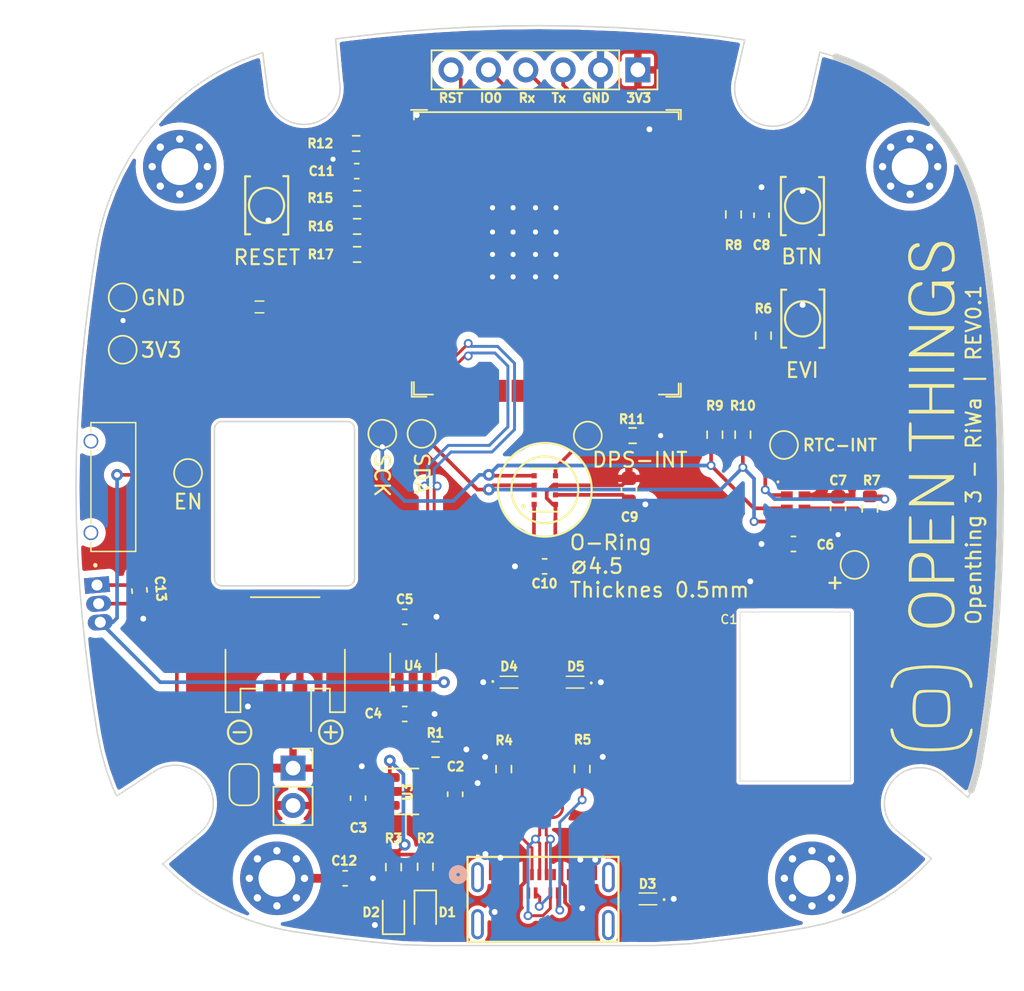
<source format=kicad_pcb>
(kicad_pcb (version 20221018) (generator pcbnew)
  (layers (0 "F.Cu" signal) (31 "B.Cu" signal) (34 "B.Paste" user) (35 "F.Paste" user) (36 "B.SilkS" user "B.Silkscreen") (37 "F.SilkS" user "F.Silkscreen") (38 "B.Mask" user) (39 "F.Mask" user) (44 "Edge.Cuts" user))
  (net 0 "")
  (net 1 "/main/RTC/VBackup")
  (net 3 "/main/MCU/BTN")
  (net 4 "/main/~{RTC_INT}")
  (net 5 "/main/SCK")
  (net 6 "/main/SDA")
  (net 7 "/main/MCU/RESET")
  (net 8 "/main/DPS_INT")
  (net 10 "/main/RTC/EVI")
  (net 11 "/main/MCU/USB_D+")
  (net 12 "/main/MCU/USB_D-")
  (net 13 "/main/MCU/Rx")
  (net 14 "/main/MCU/Tx")
  (net 15 "Net-(LED1-R)")
  (net 16 "Net-(LED1-B)")
  (net 17 "Net-(LED1-G)")
  (net 18 "VBUS")
  (net 19 "GND")
  (net 20 "+BATT")
  (net 21 "+3.3V")
  (net 22 "Net-(D1-K)")
  (net 23 "Net-(D2-A)")
  (net 24 "Net-(U3-PROG)")
  (net 25 "Net-(U3-STAT)")
  (net 27 "/main/MCU/LED_RED")
  (net 28 "/main/MCU/LED_GREEN")
  (net 29 "/main/MCU/LED_BLUE")
  (net 30 "/main/PSU/ENABLE")
  (net 50 "/main/MCU/GPIO0")
  (net 51 "Net-(C12-Pad1)")
  (net 55 "/main/PSU/BATTX+")
  (net 63 "Net-(J1-CC1)")
  (net 69 "Net-(J1-CC2)")
  (footprint "ESP32-S3:ESP32-S3-WROOM-1U" (layer "F.Cu") (at 136.371 79.404)
    (fp_text reference "U6" hide)
    (fp_text value "ESP32-S3-WROOM-1")
  )
  (footprint "450405020524:450405020524" (layer "F.Cu") (at 105.41 95.504 -90)
    (fp_text reference "U5" hide)
    (fp_text value "450405020524")
  )
  (footprint "Resistor_SMD:R_0603_1608Metric" (layer "F.Cu") (at 149.733 91.885 90)
    (fp_text reference "R10")
    (fp_text value "10k")
  )
  (footprint "TestPoint:TestPoint_Pad_D1.5mm" (layer "F.Cu") (at 107.569 86.106)
    (fp_text reference "TP1" hide)
    (fp_text value "TP_3V3")
  )
  (footprint "Resistor_SMD:R_0603_1608Metric" (layer "F.Cu") (at 123.508 75.819)
    (fp_text reference "R15")
    (fp_text value "1k2")
  )
  (footprint "MountingHole:MountingHole_2.5mm_Pad_Via" (layer "F.Cu") (at 154.432 122.047 -90)
    (fp_text reference "H4" hide)
    (fp_text value "MountingHole_Pad")
  )
  (footprint "DPS368XTSA1:XDCR_DPS368XTSA1" (layer "F.Cu") (at 136.269 95.65 180)
    (fp_text reference "U1" hide)
    (fp_text value "DPS368XTSA1")
  )
  (footprint "Package_TO_SOT_SMD:SOT-23-5" (layer "F.Cu") (at 126.8785 116.139)
    (fp_text reference "U3")
    (fp_text value "MCP73831/OT")
  )
  (footprint "SKRKAEE020:SKRKAEE020" (layer "F.Cu") (at 153.797 76.327 90)
    (fp_text reference "SW2" hide)
    (fp_text value "SKRKAEE020")
  )
  (footprint "Resistor_SMD:R_0603_1608Metric" (layer "F.Cu") (at 158.369 96.901 -90)
    (fp_text reference "R7")
    (fp_text value "10k")
  )
  (footprint "TestPoint:TestPoint_Pad_D1.5mm" (layer "F.Cu") (at 107.569 82.55)
    (fp_text reference "TP2" hide)
    (fp_text value "TP_GND")
  )
  (footprint "Resistor_SMD:R_0603_1608Metric" (layer "F.Cu") (at 133.477 114.618 -90)
    (fp_text reference "R4")
    (fp_text value "5k1")
  )
  (footprint "Package_TO_SOT_SMD:SOT-23-5" (layer "F.Cu") (at 127.32 107.5635 90)
    (fp_text reference "U4")
    (fp_text value "AP2112K-3.3")
  )
  (footprint "LESD5D5.0CT1G:LESD5D50CT1G" (layer "F.Cu") (at 138.328 108.712 180)
    (fp_text reference "D5")
    (fp_text value "LESD5D5.0CT1G" hide)
  )
  (footprint "Capacitor_SMD:C_0603_1608Metric" (layer "F.Cu") (at 122.695 122.047)
    (fp_text reference "C12")
    (fp_text value "0.1uF")
  )
  (footprint "Resistor_SMD:R_0603_1608Metric" (layer "F.Cu") (at 138.811 114.618 -90)
    (fp_text reference "R5")
    (fp_text value "5k1")
  )
  (footprint "SKRKAEE020:SKRKAEE020" (layer "F.Cu") (at 117.348 76.3016 -90)
    (fp_text reference "SW3" hide)
    (fp_text value "SKRKAEE020")
  )
  (footprint "Resistor_SMD:R_0603_1608Metric" (layer "F.Cu") (at 128.143 121.2595 -90)
    (fp_text reference "R2")
    (fp_text value "1k")
  )
  (footprint "Connector_PinSocket_2.54mm:PinSocket_1x02_P2.54mm_Vertical" (layer "F.Cu") (at 119.151 114.554)
    (fp_text reference "J2" hide)
    (fp_text value "DNP")
  )
  (footprint "TestPoint:TestPoint_Pad_D1.5mm" (layer "F.Cu") (at 139.192 91.948)
    (fp_text reference "TP6" hide)
    (fp_text value "TP_DPS_INT")
  )
  (footprint "LESD5D5.0CT1G:LESD5D50CT1G" (layer "F.Cu") (at 133.833 108.712)
    (fp_text reference "D4")
    (fp_text value "LESD5D5.0CT1G" hide)
  )
  (footprint "124018612112A:CONN_124018612112A_AMP" (layer "F.Cu") (at 133.096 121.793)
    (fp_text reference "J1" hide)
    (fp_text value "124018612112A")
  )
  (footprint "RV-3028-C7:RV3028C732768kHz1ppmTAQC" (layer "F.Cu") (at 153.324 96.44 -90)
    (fp_text reference "IC1" hide)
    (fp_text value "RV-3028-C7" hide)
  )
  (footprint "TestPoint:TestPoint_Pad_D1.5mm" (layer "F.Cu") (at 112.014 94.488)
    (fp_text reference "TP8" hide)
    (fp_text value "TP_ENABLE")
  )
  (footprint "APHF1608LSEEQBDZGKC:APHF1608LSEEQBDZGKC" (layer "F.Cu") (at 116.871 83.2)
    (fp_text reference "LED1" hide)
    (fp_text value "APHF1608LSEEQBDZGKC" hide)
  )
  (footprint "Capacitor_SMD:C_0603_1608Metric" (layer "F.Cu") (at 108.712 102.478949 -85)
    (fp_text reference "C13")
    (fp_text value "0.1µF")
  )
  (footprint "LESD5D5.0CT1G:LESD5D50CT1G" (layer "F.Cu") (at 143.281 123.444 180)
    (fp_text reference "D3")
    (fp_text value "LESD5D5.0CT1G" hide)
  )
  (footprint "Capacitor_SMD:C_0603_1608Metric" (layer "F.Cu") (at 151.003 76.962 90)
    (fp_text reference "C8")
    (fp_text value "0.1uF")
  )
  (footprint "LED_SMD:LED_0603_1608Metric" (layer "F.Cu") (at 125.984 124.3585 90)
    (fp_text reference "D2")
    (fp_text value "LED_GREEN")
  )
  (footprint "Resistor_SMD:R_0603_1608Metric" (layer "F.Cu") (at 151.13 85.1535 -90)
    (fp_text reference "R6")
    (fp_text value "10k")
  )
  (footprint "Capacitor_SMD:C_0603_1608Metric" (layer "F.Cu") (at 141.986 95.631 -90)
    (fp_text reference "C9")
    (fp_text value "0.1uF")
  )
  (footprint "Capacitor_SMD:C_0603_1608Metric" (layer "F.Cu") (at 156.21 96.888 -90)
    (fp_text reference "C7")
    (fp_text value "0.1uF")
  )
  (footprint "Resistor_SMD:R_0603_1608Metric" (layer "F.Cu") (at 123.444 72.0852 180)
    (fp_text reference "R12")
    (fp_text value "10k")
  )
  (footprint "LOGO" (layer "F.Cu") (at 162.56 95.631 90)
    (fp_text reference "G1" hide)
    (fp_text value "LOGO" hide)
  )
  (footprint "Capacitor_SMD:C_0603_1608Metric" (layer "F.Cu") (at 153.175 99.314 180)
    (fp_text reference "C6")
    (fp_text value "0.1uF")
  )
  (footprint "Resistor_SMD:R_0603_1608Metric" (layer "F.Cu") (at 123.508 77.724 180)
    (fp_text reference "R16")
    (fp_text value "2k2")
  )
  (footprint "TestPoint:TestPoint_Pad_D1.5mm" (layer "F.Cu") (at 127.889 91.821)
    (fp_text reference "TP3" hide)
    (fp_text value "TP_SDA")
  )
  (footprint "TestPoint:TestPoint_Pad_D1.5mm" (layer "F.Cu") (at 125.222 91.821)
    (fp_text reference "TP4" hide)
    (fp_text value "TP_SCK")
  )
  (footprint "Connector_JST:JST_PH_S2B-PH-SM4-TB_1x02-1MP_P2.00mm_Horizontal" (layer "F.Cu") (at 118.618 107.442 180)
    (fp_text reference "BT1" hide)
    (fp_text value "Battery_Cell")
  )
  (footprint "MountingHole:MountingHole_2.5mm_Pad_Via" (layer "F.Cu") (at 118.054175 122.047 -90)
    (fp_text reference "H1" hide)
    (fp_text value "MountingHole_Pad")
  )
  (footprint "Capacitor_SMD:C_0603_1608Metric" (layer "F.Cu") (at 123.4818 73.9648 180)
    (fp_text reference "C11")
    (fp_text value "0.1uF")
  )
  (footprint "Capacitor_SMD:C_0603_1608Metric" (layer "F.Cu") (at 123.571 116.599 90)
    (fp_text reference "C3")
    (fp_text value "10µF")
  )
  (footprint "SKRKAEE020:SKRKAEE020" (layer "F.Cu") (at 153.797 84.0105 -90)
    (fp_text reference "SW1" hide)
    (fp_text value "SKRKAEE020")
  )
  (footprint "MountingHole:MountingHole_2.5mm_Pad_Via" (layer "F.Cu") (at 161.107175 73.66 -90)
    (fp_text reference "H2" hide)
    (fp_text value "MountingHole_Pad")
  )
  (footprint "DRV5032DULPGM:DRV5032DULPGM" (layer "F.Cu") (at 105.823624 102.108 95)
    (fp_text reference "IC2" hide)
    (fp_text value "DRV5032FB" hide)
  )
  (footprint "TestPoint:TestPoint_Pad_D1.5mm" (layer "F.Cu") (at 157.3276 100.7364)
    (fp_text reference "TP7" hide)
    (fp_text value "TP_VBACKUP")
  )
  (footprint "Resistor_SMD:R_0603_1608Metric" (layer "F.Cu") (at 123.508 79.629 180)
    (fp_text reference "R17")
    (fp_text value "390R")
  )
  (footprint "JUWT1105MCD:supercap_horizontal" (layer "F.Cu") (at 153.539 105.9375 180)
    (fp_text reference "C1")
    (fp_text value "JUWT1105MCD")
    (fp_rect (start -3.5 -9.5) (end 4 2) (stroke (width 0.05)) (fill none) (layer "Edge.Cuts"))
  )
  (footprint "LED_SMD:LED_0603_1608Metric" (layer "F.Cu") (at 128.143 124.3585 -90)
    (fp_text reference "D1")
    (fp_text value "LED_RED")
  )
  (footprint "Jumper:SolderJumper-2_P1.3mm_Bridged_RoundedPad1.0x1.5mm" (layer "F.Cu") (at 115.824 115.682 -90)
    (fp_text reference "JP1" hide)
    (fp_text value "DNP")
  )
  (footprint "Resistor_SMD:R_0603_1608Metric" (layer "F.Cu") (at 125.984 121.285 -90)
    (fp_text reference "R3")
    (fp_text value "1k")
  )
  (footprint "Capacitor_SMD:C_0603_1608Metric" (layer "F.Cu") (at 126.746 110.871)
    (fp_text reference "C4")
    (fp_text value "1µF")
  )
  (footprint "Capacitor_SMD:C_0603_1608Metric" (layer "F.Cu") (at 136.258 100.838 180)
    (fp_text reference "C10")
    (fp_text value "0.1uF")
  )
  (footprint "Resistor_SMD:R_0603_1608Metric" (layer "F.Cu") (at 149.098 76.912 -90)
    (fp_text reference "R8")
    (fp_text value "10k")
  )
  (footprint "Resistor_SMD:R_0603_1608Metric" (layer "F.Cu") (at 147.828 91.885 90)
    (fp_text reference "R9")
    (fp_text value "10k")
  )
  (footprint "Resistor_SMD:R_0603_1608Metric" (layer "F.Cu") (at 128.841 113.284)
    (fp_text reference "R1")
    (fp_text value "2k")
  )
  (footprint "MountingHole:MountingHole_2.5mm_Pad_Via" (layer "F.Cu") (at 111.450175 73.66 -90)
    (fp_text reference "H3" hide)
    (fp_text value "MountingHole_Pad")
  )
  (footprint "Connector_PinSocket_2.54mm:PinSocket_1x06_P2.54mm_Vertical" (layer "F.Cu") (at 142.596 67.081 -90)
    (fp_text reference "J3" hide)
    (fp_text value "DNP")
  )
  (footprint "Resistor_SMD:R_0603_1608Metric" (layer "F.Cu") (at 142.24 91.948)
    (fp_text reference "R11")
    (fp_text value "10k")
  )
  (footprint "Capacitor_SMD:C_0603_1608Metric" (layer "F.Cu") (at 126.746 104.267)
    (fp_text reference "C5")
    (fp_text value "1µF")
  )
  (footprint "Capacitor_SMD:C_0603_1608Metric" (layer "F.Cu") (at 130.175 116.332 90)
    (fp_text reference "C2")
    (fp_text value "10µF")
  )
  (footprint "TestPoint:TestPoint_Pad_D1.5mm" (layer "F.Cu") (at 152.527 92.583)
    (fp_text reference "TP5" hide)
    (fp_text value "TP_RTC_INT")
  )
  (gr_circle (center 136.271 95.631) (end 138.303 96.647) (stroke (width 0.15)) (fill none) (layer "F.SilkS"))
  (gr_line (start 115.1128 112.1156) (end 115.9256 112.1156) (stroke (width 0.15)) (layer "F.SilkS"))
  (gr_line (start 121.7168 112.522) (end 121.7168 111.7092) (stroke (width 0.15)) (layer "F.SilkS"))
  (gr_circle (center 136.271 95.631) (end 139.192 96.901) (stroke (width 0.15)) (fill none) (layer "F.SilkS"))
  (gr_line (start 121.3104 112.1156) (end 122.1232 112.1156) (stroke (width 0.15)) (layer "F.SilkS"))
  (gr_circle (center 115.5192 112.1156) (end 116.1288 112.6236) (stroke (width 0.15)) (fill none) (layer "F.SilkS"))
  (gr_circle (center 121.7168 112.1156) (end 122.3264 112.6236) (stroke (width 0.15)) (fill none) (layer "F.SilkS"))
  (gr_line (start 165.427597 115.516784) (end 165.579655 114.975276) (stroke (width 0.476249)) (layer "Edge.Cuts"))
  (gr_line (start 115.044159 66.712289) (end 114.464342 66.999389) (stroke (width 0.1)) (layer "Edge.Cuts"))
  (gr_line (start 112.903 118.872) (end 110.284861 121.07032) (stroke (width 0.1)) (layer "Edge.Cuts"))
  (gr_line (start 116.589171 125.036416) (end 117.205312 125.228339) (stroke (width 0.1)) (layer "Edge.Cuts"))
  (gr_line (start 124.845819 64.642659) (end 122.942607 64.860264) (stroke (width 0.1)) (layer "Edge.Cuts"))
  (gr_line (start 165.297016 75.191733) (end 165.100455 74.655424) (stroke (width 0.476249)) (layer "Edge.Cuts"))
  (gr_line (start 165.100455 74.655424) (end 164.884134 74.130989) (stroke (width 0.476249)) (layer "Edge.Cuts"))
  (gr_line (start 113.1694 123.414532) (end 113.704445 123.738149) (stroke (width 0.1)) (layer "Edge.Cuts"))
  (gr_line (start 148.068971 64.782833) (end 145.867424 64.548438) (stroke (width 0.1)) (layer "Edge.Cuts"))
  (gr_line (start 105.050247 106.524247) (end 105.295842 108.508481) (stroke (width 0.1)) (layer "Edge.Cuts"))
  (gr_line (start 164.394062 73.118923) (end 164.121232 72.631883) (stroke (width 0.476249)) (layer "Edge.Cuts"))
  (gr_line (start 160.174049 122.85534) (end 161.020366 122.1995) (stroke (width 0.1)) (layer "Edge.Cuts"))
  (gr_line (start 114.817595 124.323033) (end 115.394926 124.583225) (stroke (width 0.1)) (layer "Edge.Cuts"))
  (gr_line (start 105.910815 78.501647) (end 105.790193 79.161411) (stroke (width 0.1)) (layer "Edge.Cuts"))
  (gr_line (start 106.055554 77.851277) (end 105.910815 78.501647) (stroke (width 0.1)) (layer "Edge.Cuts"))
  (gr_line (start 107.406195 74.176207) (end 106.867023 75.354408) (stroke (width 0.1)) (layer "Edge.Cuts"))
  (gr_line (start 126.545187 126.558202) (end 128.696242 126.619) (stroke (width 0.1)) (layer "Edge.Cuts"))
  (gr_line (start 133.449183 64.098077) (end 131.158132 64.17411) (stroke (width 0.1)) (layer "Edge.Cuts"))
  (gr_line (start 161.735687 69.60476) (end 160.915028 68.871574) (stroke (width 0.476249)) (layer "Edge.Cuts"))
  (gr_line (start 157.118865 66.591238) (end 156.059898 66.196085) (stroke (width 0.476249)) (layer "Edge.Cuts"))
  (gr_line (start 167.006466 103.705383) (end 167.142262 101.152269) (stroke (width 0.476249)) (layer "Edge.Cuts"))
  (gr_line (start 141.081852 64.201568) (end 138.509955 64.105361) (stroke (width 0.1)) (layer "Edge.Cuts"))
  (gr_line (start 113.347586 67.638038) (end 112.811514 67.98852) (stroke (width 0.1)) (layer "Edge.Cuts"))
  (gr_line (start 116.244504 66.205205) (end 115.637691 66.447383) (stroke (width 0.1)) (layer "Edge.Cuts"))
  (gr_line (start 114.253973 124.041162) (end 114.817595 124.323033) (stroke (width 0.1)) (layer "Edge.Cuts"))
  (gr_line (start 104.651825 102.304052) (end 104.833177 104.452558) (stroke (width 0.1)) (layer "Edge.Cuts"))
  (gr_line (start 106.867023 75.354408) (end 106.415653 76.580854) (stroke (width 0.1)) (layer "Edge.Cuts"))
  (gr_line (start 145.867424 64.548438) (end 143.536363 64.351971) (stroke (width 0.1)) (layer "Edge.Cuts"))
  (gr_line (start 110.284861 121.07032) (end 111.181754 121.924805) (stroke (width 0.1)) (layer "Edge.Cuts"))
  (gr_line (start 111.297725 69.1582) (end 110.371556 70.03118) (stroke (width 0.1)) (layer "Edge.Cuts"))
  (gr_line (start 165.711629 114.423503) (end 165.823103 113.86177) (stroke (width 0.476249)) (layer "Edge.Cuts"))
  (gr_line (start 104.640659 88.857555) (end 104.508099 91.023771) (stroke (width 0.1)) (layer "Edge.Cuts"))
  (gr_line (start 104.423643 93.242552) (end 104.394 95.504) (stroke (width 0.1)) (layer "Edge.Cuts"))
  (gr_line (start 113.808 91.496) (end 113.808 101.656) (stroke (width 0.1)) (layer "Edge.Cuts"))
  (gr_line (start 128.696242 126.619) (end 130.683 126.619) (stroke (width 0.1)) (layer "Edge.Cuts"))
  (gr_line (start 110.371556 70.03118) (end 109.51585 70.973737) (stroke (width 0.1)) (layer "Edge.Cuts"))
  (gr_line (start 105.790193 79.161411) (end 105.517753 80.916319) (stroke (width 0.1)) (layer "Edge.Cuts"))
  (gr_line (start 120.798397 125.913278) (end 122.59419 126.151609) (stroke (width 0.1)) (layer "Edge.Cuts"))
  (gr_line (start 122.306007 67.842399) (end 122.04471 64.97974) (stroke (width 0.1)) (layer "Edge.Cuts"))
  (gr_line (start 109.51585 70.973737) (end 108.734076 71.981605) (stroke (width 0.1)) (layer "Edge.Cuts"))
  (gr_line (start 157.346646 124.434543) (end 158.333852 123.975309) (stroke (width 0.1)) (layer "Edge.Cuts"))
  (gr_line (start 154.156646 125.379874) (end 155.254706 125.139272) (stroke (width 0.1)) (layer "Edge.Cuts"))
  (gr_line (start 148.418604 126.228295) (end 150.488724 125.964757) (stroke (width 0.1)) (layer "Edge.Cuts"))
  (gr_line (start 122.942607 64.860264) (end 122.04471 64.97974) (stroke (width 0.1)) (layer "Edge.Cuts"))
  (gr_line (start 118.4737 125.540146) (end 119.125175 125.658954) (stroke (width 0.1)) (layer "Edge.Cuts"))
  (gr_line (start 165.255873 116.04772) (end 165.427597 115.516784) (stroke (width 0.476249)) (layer "Edge.Cuts"))
  (gr_line (start 165.579655 114.975276) (end 165.711629 114.423503) (stroke (width 0.476249)) (layer "Edge.Cuts"))
  (gr_line (start 156.319151 124.823346) (end 157.346646 124.434543) (stroke (width 0.1)) (layer "Edge.Cuts"))
  (gr_line (start 167.147449 89.97941) (end 167.017442 87.475746) (stroke (width 0.476249)) (layer "Edge.Cuts"))
  (gr_arc (start 114.316 102.164) (mid 113.95679 102.01521) (end 113.808 101.656) (stroke (width 0.1)) (layer "Edge.Cuts"))
  (gr_line (start 159.277432 123.448092) (end 160.174049 122.85534) (stroke (width 0.1)) (layer "Edge.Cuts"))
  (gr_line (start 126.852266 64.452019) (end 124.845819 64.642659) (stroke (width 0.1)) (layer "Edge.Cuts"))
  (gr_line (start 163.322 115.062) (end 165.0649 116.567779) (stroke (width 0.1)) (layer "Edge.Cuts"))
  (gr_line (start 105.517753 80.916319) (end 105.25987 82.773286) (stroke (width 0.1)) (layer "Edge.Cuts"))
  (gr_line (start 105.295842 108.508481) (end 105.562772 110.394623) (stroke (width 0.1)) (layer "Edge.Cuts"))
  (gr_line (start 166.828047 106.081184) (end 167.006466 103.705383) (stroke (width 0.476249)) (layer "Edge.Cuts"))
  (gr_line (start 108.029702 73.050518) (end 107.406195 74.176207) (stroke (width 0.1)) (layer "Edge.Cuts"))
  (gr_line (start 117.094 65.913) (end 116.244504 66.205205) (stroke (width 0.1)) (layer "Edge.Cuts"))
  (gr_line (start 128.957765 64.293963) (end 126.852266 64.452019) (stroke (width 0.1)) (layer "Edge.Cuts"))
  (gr_line (start 165.823103 113.86177) (end 166.104534 112.169965) (stroke (width 0.476249)) (layer "Edge.Cuts"))
  (gr_line (start 112.649221 123.070852) (end 113.1694 123.414532) (stroke (width 0.1)) (layer "Edge.Cuts"))
  (gr_line (start 167.258995 95.504) (end 167.230061 92.654712) (stroke (width 0.476249)) (layer "Edge.Cuts"))
  (gr_line (start 114.464342 66.999389) (end 113.898673 67.308149) (stroke (width 0.1)) (layer "Edge.Cuts"))
  (gr_line (start 105.023254 84.722413) (end 104.814614 86.753802) (stroke (width 0.1)) (layer "Edge.Cuts"))
  (gr_line (start 167.017442 87.475746) (end 166.846325 85.141371) (stroke (width 0.476249)) (layer "Edge.Cuts"))
  (gr_line (start 164.884134 74.130989) (end 164.648516 73.618723) (stroke (width 0.476249)) (layer "Edge.Cuts"))
  (gr_line (start 167.228687 98.419316) (end 167.258995 95.504) (stroke (width 0.476249)) (layer "Edge.Cuts"))
  (gr_line (start 122.825 90.988) (end 114.316 90.988) (stroke (width 0.1)) (layer "Edge.Cuts"))
  (gr_line (start 155.254706 125.139272) (end 156.319151 124.823346) (stroke (width 0.1)) (layer "Edge.Cuts"))
  (gr_line (start 163.83049 72.157901) (end 163.522295 71.697271) (stroke (width 0.476249)) (layer "Edge.Cuts"))
  (gr_line (start 112.290891 68.359063) (end 111.297725 69.1582) (stroke (width 0.1)) (layer "Edge.Cuts"))
  (gr_line (start 106.455155 114.680045) (end 106.89327 115.873957) (stroke (width 0.1)) (layer "Edge.Cuts"))
  (gr_line (start 104.513384 100.089365) (end 104.651825 102.304052) (stroke (width 0.1)) (layer "Edge.Cuts"))
  (gr_line (start 106.223978 77.210835) (end 106.055554 77.851277) (stroke (width 0.1)) (layer "Edge.Cuts"))
  (gr_line (start 152.402407 125.67928) (end 154.156646 125.379874) (stroke (width 0.1)) (layer "Edge.Cuts"))
  (gr_line (start 161.813047 121.483019) (end 162.548753 120.708344) (stroke (width 0.1)) (layer "Edge.Cuts"))
  (gr_line (start 123.333 101.656) (end 123.333 91.496) (stroke (width 0.1)) (layer "Edge.Cuts"))
  (gr_line (start 105.843843 112.172035) (end 106.104316 113.444635) (stroke (width 0.1)) (layer "Edge.Cuts"))
  (gr_line (start 158.333852 123.975309) (end 159.277432 123.448092) (stroke (width 0.1)) (layer "Edge.Cuts"))
  (gr_line (start 131.158132 64.17411) (end 128.957765 64.293963) (stroke (width 0.1)) (layer "Edge.Cuts"))
  (gr_line (start 114.316 102.164) (end 122.825 102.164) (stroke (width 0.1)) (layer "Edge.Cuts"))
  (gr_line (start 104.814614 86.753802) (end 104.640659 88.857555) (stroke (width 0.1)) (layer "Edge.Cuts"))
  (gr_line (start 115.394926 124.583225) (end 115.98558 124.821199) (stroke (width 0.1)) (layer "Edge.Cuts"))
  (gr_line (start 106.415653 76.580854) (end 106.223978 77.210835) (stroke (width 0.1)) (layer "Edge.Cuts"))
  (gr_line (start 165.763531 76.868945) (end 165.629015 76.29879) (stroke (width 0.476249)) (layer "Edge.Cuts"))
  (gr_line (start 154.299738 68.859629) (end 154.964344 65.875636) (stroke (width 0.1)) (layer "Edge.Cuts"))
  (gr_line (start 150.488724 125.964757) (end 152.402407 125.67928) (stroke (width 0.1)) (layer "Edge.Cuts"))
  (gr_line (start 160.133423 118.750475) (end 162.548753 120.708344) (stroke (width 0.1)) (layer "Edge.Cuts"))
  (gr_arc (start 122.306007 67.842399) (mid 120.383807 70.741534) (end 117.475001 68.834) (stroke (width 0.1)) (layer "Edge.Cuts"))
  (gr_line (start 165.629015 76.29879) (end 165.473356 75.73962) (stroke (width 0.476249)) (layer "Edge.Cuts"))
  (gr_line (start 115.98558 124.821199) (end 116.589171 125.036416) (stroke (width 0.1)) (layer "Edge.Cuts"))
  (gr_line (start 117.833617 125.396428) (end 118.4737 125.540146) (stroke (width 0.1)) (layer "Edge.Cuts"))
  (gr_line (start 104.394 95.504) (end 104.425045 97.819135) (stroke (width 0.1)) (layer "Edge.Cuts"))
  (gr_line (start 164.121232 72.631883) (end 163.83049 72.157901) (stroke (width 0.476249)) (layer "Edge.Cuts"))
  (gr_line (start 141.605 126.619) (end 143.764 126.619) (stroke (width 0.1)) (layer "Edge.Cuts"))
  (gr_line (start 106.89327 115.873957) (end 107.154422 116.448011) (stroke (width 0.1)) (layer "Edge.Cuts"))
  (gr_arc (start 123.333 101.656) (mid 123.18421 102.01521) (end 122.825 102.164) (stroke (width 0.1)) (layer "Edge.Cuts"))
  (gr_line (start 167.230061 92.654712) (end 167.147449 89.97941) (stroke (width 0.476249)) (layer "Edge.Cuts"))
  (gr_line (start 115.637691 66.447383) (end 115.044159 66.712289) (stroke (width 0.1)) (layer "Edge.Cuts"))
  (gr_line (start 108.734076 71.981605) (end 108.029702 73.050518) (stroke (width 0.1)) (layer "Edge.Cuts"))
  (gr_line (start 164.648516 73.618723) (end 164.394062 73.118923) (stroke (width 0.476249)) (layer "Edge.Cuts"))
  (gr_line (start 104.833177 104.452558) (end 105.050247 106.524247) (stroke (width 0.1)) (layer "Edge.Cuts"))
  (gr_line (start 113.898673 67.308149) (end 113.347586 67.638038) (stroke (width 0.1)) (layer "Edge.Cuts"))
  (gr_line (start 143.536363 64.351971) (end 141.081852 64.201568) (stroke (width 0.1)) (layer "Edge.Cuts"))
  (gr_line (start 124.510478 126.368424) (end 126.545187 126.558202) (stroke (width 0.1)) (layer "Edge.Cuts"))
  (gr_line (start 165.0649 116.567779) (end 165.255873 116.04772) (stroke (width 0.1)) (layer "Edge.Cuts"))
  (gr_line (start 156.059898 66.196085) (end 154.964344 65.875636) (stroke (width 0.1)) (layer "Edge.Cuts"))
  (gr_line (start 112.811514 67.98852) (end 112.290891 68.359063) (stroke (width 0.1)) (layer "Edge.Cuts"))
  (gr_line (start 106.104316 113.444635) (end 106.455155 114.680045) (stroke (width 0.1)) (layer "Edge.Cuts"))
  (gr_line (start 135.826736 64.071484) (end 133.449183 64.098077) (stroke (width 0.1)) (layer "Edge.Cuts"))
  (gr_line (start 105.25987 82.773286) (end 105.023254 84.722413) (stroke (width 0.1)) (layer "Edge.Cuts"))
  (gr_line (start 166.613754 108.282198) (end 166.828047 106.081184) (stroke (width 0.476249)) (layer "Edge.Cuts"))
  (gr_line (start 117.205312 125.228339) (end 117.833617 125.396428) (stroke (width 0.1)) (layer "Edge.Cuts"))
  (gr_line (start 166.149156 79.130496) (end 165.876442 77.449792) (stroke (width 0.476249)) (layer "Edge.Cuts"))
  (gr_line (start 119.125175 125.658954) (end 120.798397 125.913278) (stroke (width 0.1)) (layer "Edge.Cuts"))
  (gr_line (start 163.522295 71.697271) (end 163.197109 71.250289) (stroke (width 0.476249)) (layer "Edge.Cuts"))
  (gr_line (start 122.59419 126.151609) (end 124.510478 126.368424) (stroke (width 0.1)) (layer "Edge.Cuts"))
  (gr_line (start 113.704445 123.738149) (end 114.253973 124.041162) (stroke (width 0.1)) (layer "Edge.Cuts"))
  (gr_arc (start 160.133423 118.750475) (mid 159.952424 115.371554) (end 163.322 115.062) (stroke (width 0.1)) (layer "Edge.Cuts"))
  (gr_line (start 111.181754 121.924805) (end 112.144297 122.707644) (stroke (width 0.1)) (layer "Edge.Cuts"))
  (gr_line (start 160.039325 68.201264) (end 159.112269 67.596193) (stroke (width 0.476249)) (layer "Edge.Cuts"))
  (gr_line (start 143.764 126.619) (end 146.177 126.492) (stroke (width 0.1)) (layer "Edge.Cuts"))
  (gr_line (start 149.86 65.047025) (end 148.068971 64.782833) (stroke (width 0.1)) (layer "Edge.Cuts"))
  (gr_line (start 162.497611 70.398453) (end 161.735687 69.60476) (stroke (width 0.476249)) (layer "Edge.Cuts"))
  (gr_line (start 109.622266 114.838127) (end 107.154422 116.448011) (stroke (width 0.1)) (layer "Edge.Cuts"))
  (gr_line (start 138.509955 64.105361) (end 135.826736 64.071484) (stroke (width 0.1)) (layer "Edge.Cuts"))
  (gr_line (start 146.177 126.492) (end 148.418604 126.228295) (stroke (width 0.1)) (layer "Edge.Cuts"))
  (gr_arc (start 122.825 90.988) (mid 123.18421 91.13679) (end 123.333 91.496) (stroke (width 0.1)) (layer "Edge.Cuts"))
  (gr_line (start 105.562772 110.394623) (end 105.843843 112.172035) (stroke (width 0.1)) (layer "Edge.Cuts"))
  (gr_line (start 141.605 126.619) (end 130.683 126.619) (stroke (width 0.1)) (layer "Edge.Cuts"))
  (gr_line (start 112.144297 122.707644) (end 112.649221 123.070852) (stroke (width 0.1)) (layer "Edge.Cuts"))
  (gr_line (start 166.104534 112.169965) (end 166.370334 110.31095) (stroke (width 0.476249)) (layer "Edge.Cuts"))
  (gr_arc (start 154.299738 68.859629) (mid 151.244179 70.863401) (end 149.225001 67.818) (stroke (width 0.1)) (layer "Edge.Cuts"))
  (gr_line (start 166.640382 82.973937) (end 166.405898 80.971095) (stroke (width 0.476249)) (layer "Edge.Cuts"))
  (gr_line (start 166.405898 80.971095) (end 166.149156 79.130496) (stroke (width 0.476249)) (layer "Edge.Cuts"))
  (gr_arc (start 113.808 91.496) (mid 113.95679 91.13679) (end 114.316 90.988) (stroke (width 0.1)) (layer "Edge.Cuts"))
  (gr_line (start 161.020366 122.1995) (end 161.813047 121.483019) (stroke (width 0.1)) (layer "Edge.Cuts"))
  (gr_line (start 104.425045 97.819135) (end 104.513384 100.089365) (stroke (width 0.1)) (layer "Edge.Cuts"))
  (gr_line (start 166.846325 85.141371) (end 166.640382 82.973937) (stroke (width 0.476249)) (layer "Edge.Cuts"))
  (gr_line (start 165.876442 77.449792) (end 165.763531 76.868945) (stroke (width 0.476249)) (layer "Edge.Cuts"))
  (gr_line (start 158.137552 67.058729) (end 157.118865 66.591238) (stroke (width 0.476249)) (layer "Edge.Cuts"))
  (gr_line (start 104.508099 91.023771) (end 104.423643 93.242552) (stroke (width 0.1)) (layer "Edge.Cuts"))
  (gr_line (start 165.473356 75.73962) (end 165.297016 75.191733) (stroke (width 0.476249)) (layer "Edge.Cuts"))
  (gr_line (start 166.370334 110.31095) (end 166.613754 108.282198) (stroke (width 0.476249)) (layer "Edge.Cuts"))
  (gr_line (start 160.915028 68.871574) (end 160.039325 68.201264) (stroke (width 0.476249)) (layer "Edge.Cuts"))
  (gr_arc (start 109.622266 114.838127) (mid 113.146627 115.322818) (end 112.903 118.872) (stroke (width 0.1)) (layer "Edge.Cuts"))
  (gr_line (start 149.225001 67.818) (end 149.86 65.047025) (stroke (width 0.1)) (layer "Edge.Cuts"))
  (gr_line (start 167.142262 101.152269) (end 167.228687 98.419316) (stroke (width 0.476249)) (layer "Edge.Cuts"))
  (gr_line (start 163.197109 71.250289) (end 162.497611 70.398453) (stroke (width 0.476249)) (layer "Edge.Cuts"))
  (gr_line (start 159.112269 67.596193) (end 158.137552 67.058729) (stroke (width 0.476249)) (layer "Edge.Cuts"))
  (gr_line (start 117.475001 68.834) (end 117.094 65.913) (stroke (width 0.1)) (layer "Edge.Cuts"))
  (gr_text "3V3" (at 108.712 86.7156) (layer "F.SilkS") (effects (font (size 1 1)) (justify left bottom)))
  (gr_text "IO0" (at 131.765646 69.342) (layer "F.SilkS") (effects (font (size 0.6 0.6)) (justify left bottom)))
  (gr_text "3V3" (at 141.732 69.342) (layer "F.SilkS") (effects (font (size 0.6 0.6)) (justify left bottom)))
  (gr_text "RTC-INT" (at 153.7208 93.0656) (layer "F.SilkS") (effects (font (size 0.8 0.8)) (justify left bottom)))
  (gr_text "Tx" (at 136.648822 69.342) (layer "F.SilkS") (effects (font (size 0.6 0.6)) (justify left bottom)))
  (gr_text "RESET" (at 115.0112 80.4164) (layer "F.SilkS") (effects (font (size 1 1)) (justify left bottom)))
  (gr_text "O-Ring\n⌀4.5\nThicknes 0.5mm\n" (at 137.8712 103.0224) (layer "F.SilkS") (effects (font (size 1 1)) (justify left bottom)))
  (gr_text "EVI" (at 152.5524 88.0872) (layer "F.SilkS") (effects (font (size 1 1)) (justify left bottom)))
  (gr_text "SDA" (at 127.3048 93.0148 -90) (layer "F.SilkS") (effects (font (size 1 1)) (justify left bottom)))
  (gr_text "SCK" (at 124.6124 93.0656 -90) (layer "F.SilkS") (effects (font (size 1 1)) (justify left bottom)))
  (gr_text "RST" (at 128.9812 69.342) (layer "F.SilkS") (effects (font (size 0.6 0.6)) (justify left bottom)))
  (gr_text "EN" (at 110.9472 97.028) (layer "F.SilkS") (effects (font (size 1 1)) (justify left bottom)))
  (gr_text "BTN" (at 152.2476 80.3656) (layer "F.SilkS") (effects (font (size 1 1)) (justify left bottom)))
  (gr_text "Rx" (at 134.407234 69.342) (layer "F.SilkS") (effects (font (size 0.6 0.6)) (justify left bottom)))
  (gr_text "DPS-INT" (at 139.3952 94.1832) (layer "F.SilkS") (effects (font (size 1 1)) (justify left bottom)))
  (gr_text "Openthing 3 - RiWa | REV0.1" (at 166.0144 104.902 90) (layer "F.SilkS") (effects (font (size 1 1)) (justify left bottom)))
  (gr_text "GND" (at 108.712 83.1596) (layer "F.SilkS") (effects (font (size 1 1)) (justify left bottom)))
  (gr_text "GND" (at 138.747553 69.342) (layer "F.SilkS") (effects (font (size 0.6 0.6)) (justify left bottom)))
  (segment (start 153.95 99.314) (end 154.649 98.615) (width 0.25) (layer "F.Cu") (net 1))
  (segment (start 158.242 97.853) (end 158.369 97.726) (width 0.25) (layer "F.Cu") (net 1))
  (segment (start 154.649 98.615) (end 154.649 97.215) (width 0.25) (layer "F.Cu") (net 1))
  (segment (start 154.649 97.215) (end 154.324 96.89) (width 0.25) (layer "F.Cu") (net 1))
  (segment (start 157.531 96.888) (end 158.369 97.726) (width 0.25) (layer "F.Cu") (net 1))
  (segment (start 157.5308 100.8888) (end 158.242 100.1776) (width 0.25) (layer "F.Cu") (net 1))
  (segment (start 153.926 96.888) (end 157.531 96.888) (width 0.25) (layer "F.Cu") (net 1))
  (segment (start 158.242 100.1776) (end 158.242 97.853) (width 0.25) (layer "F.Cu") (net 1))
  (segment (start 154.539 101.9375) (end 154.539 99.903) (width 0.25) (layer "F.Cu") (net 1))
  (segment (start 153.924 96.89) (end 153.926 96.888) (width 0.25) (layer "F.Cu") (net 1))
  (segment (start 154.539 99.903) (end 153.95 99.314) (width 0.25) (layer "F.Cu") (net 1))
  (segment (start 154.324 96.89) (end 153.924 96.89) (width 0.25) (layer "F.Cu") (net 1))
  (segment (start 147.968 77.737) (end 146.812 76.581) (width 0.25) (layer "F.Cu") (net 3))
  (segment (start 146.812 76.581) (end 146.812 74.549) (width 0.25) (layer "F.Cu") (net 3))
  (segment (start 145.947 73.684) (end 145.121 73.684) (width 0.25) (layer "F.Cu") (net 3))
  (segment (start 153.797 78.4225) (end 151.6885 78.4225) (width 0.25) (layer "F.Cu") (net 3))
  (segment (start 149.098 77.737) (end 147.968 77.737) (width 0.25) (layer "F.Cu") (net 3))
  (segment (start 146.812 74.549) (end 145.947 73.684) (width 0.25) (layer "F.Cu") (net 3))
  (segment (start 151.6885 78.4225) (end 151.003 77.737) (width 0.25) (layer "F.Cu") (net 3))
  (segment (start 151.003 77.737) (end 149.098 77.737) (width 0.25) (layer "F.Cu") (net 3))
  (segment (start 152.527 90.805) (end 152.527 92.583) (width 0.25) (layer "F.Cu") (net 4))
  (segment (start 150.626 88.904) (end 152.527 90.805) (width 0.25) (layer "F.Cu") (net 4))
  (segment (start 151.257 95.631) (end 151.257 93.853) (width 0.25) (layer "F.Cu") (net 4))
  (segment (start 151.257 93.853) (end 152.527 92.583) (width 0.25) (layer "F.Cu") (net 4))
  (segment (start 159.195 96.076) (end 159.385 96.266) (width 0.25) (layer "F.Cu") (net 4))
  (segment (start 143.356 88.904) (end 150.626 88.904) (width 0.25) (layer "F.Cu") (net 4))
  (segment (start 158.369 96.076) (end 159.195 96.076) (width 0.25) (layer "F.Cu") (net 4))
  (segment (start 151.616 95.99) (end 151.257 95.631) (width 0.25) (layer "F.Cu") (net 4))
  (segment (start 152.724 95.99) (end 151.616 95.99) (width 0.25) (layer "F.Cu") (net 4))
  (via (at 151.257 95.631) (size 0.6) (drill 0.35) (layers "F.Cu" "B.Cu") (net 4))
  (via (at 159.385 96.266) (size 0.6) (drill 0.35) (layers "F.Cu" "B.Cu") (net 4))
  (segment (start 151.892 96.266) (end 151.257 95.631) (width 0.25) (layer "B.Cu") (net 4))
  (segment (start 159.385 96.266) (end 151.892 96.266) (width 0.25) (layer "B.Cu") (net 4))
  (segment (start 132.521 94.675) (end 132.461 94.615) (width 0.25) (layer "F.Cu") (net 5))
  (segment (start 125.222 92.71) (end 125.222 91.821) (width 0.25) (layer "F.Cu") (net 5))
  (segment (start 128.139 88.904) (end 125.222 91.821) (width 0.25) (layer "F.Cu") (net 5))
  (segment (start 135.544 94.675) (end 132.521 94.675) (width 0.25) (layer "F.Cu") (net 5))
  (segment (start 129.386 88.904) (end 128.139 88.904) (width 0.25) (layer "F.Cu") (net 5))
  (segment (start 150.484 96.89) (end 152.724 96.89) (width 0.25) (layer "F.Cu") (net 5))
  (segment (start 147.574 93.98) (end 150.484 96.89) (width 0.25) (layer "F.Cu") (net 5))
  (segment (start 147.574 92.964) (end 147.828 92.71) (width 0.25) (layer "F.Cu") (net 5))
  (segment (start 147.574 93.98) (end 147.574 92.964) (width 0.25) (layer "F.Cu") (net 5))
  (via (at 147.574 93.98) (size 0.6) (drill 0.35) (layers "F.Cu" "B.Cu") (net 5))
  (via (at 125.222 92.71) (size 0.6) (drill 0.35) (layers "F.Cu" "B.Cu") (net 5))
  (via (at 132.461 94.615) (size 0.8) (drill 0.4) (layers "F.Cu" "B.Cu") (net 5))
  (segment (start 130.048 96.393) (end 131.826 94.615) (width 0.25) (layer "B.Cu") (net 5))
  (segment (start 126.746 96.393) (end 130.048 96.393) (width 0.25) (layer "B.Cu") (net 5))
  (segment (start 125.222 94.869) (end 126.746 96.393) (width 0.25) (layer "B.Cu") (net 5))
  (segment (start 131.826 94.615) (end 132.461 94.615) (width 0.25) (layer "B.Cu") (net 5))
  (segment (start 125.222 92.71) (end 125.222 94.869) (width 0.25) (layer "B.Cu") (net 5))
  (segment (start 133.096 93.98) (end 147.574 93.98) (width 0.25) (layer "B.Cu") (net 5))
  (segment (start 132.461 94.615) (end 133.096 93.98) (width 0.25) (layer "B.Cu") (net 5))
  (segment (start 149.733 94.107) (end 149.733 92.71) (width 0.25) (layer "F.Cu") (net 6))
  (segment (start 152.724 97.79) (end 150.495 97.79) (width 0.25) (layer "F.Cu") (net 6))
  (segment (start 130.656 89.654) (end 128.489 91.821) (width 0.25) (layer "F.Cu") (net 6))
  (segment (start 128.489 91.821) (end 127.889 91.821) (width 0.25) (layer "F.Cu") (net 6))
  (segment (start 132.750503 95.325) (end 132.461 95.614503) (width 0.25) (layer "F.Cu") (net 6))
  (segment (start 135.544 95.325) (end 132.750503 95.325) (width 0.25) (layer "F.Cu") (net 6))
  (segment (start 131.682503 95.614503) (end 127.889 91.821) (width 0.25) (layer "F.Cu") (net 6))
  (segment (start 130.656 88.904) (end 130.656 89.654) (width 0.25) (layer "F.Cu") (net 6))
  (segment (start 132.461 95.614503) (end 131.682503 95.614503) (width 0.25) (layer "F.Cu") (net 6))
  (via (at 132.461 95.614503) (size 0.8) (drill 0.4) (layers "F.Cu" "B.Cu") (net 6))
  (via (at 150.495 97.79) (size 0.6) (drill 0.35) (layers "F.Cu" "B.Cu") (net 6))
  (via (at 149.733 94.107) (size 0.6) (drill 0.35) (layers "F.Cu" "B.Cu") (net 6))
  (segment (start 150.495 97.79) (end 150.495 94.869) (width 0.25) (layer "B.Cu") (net 6))
  (segment (start 148.225497 95.614503) (end 149.733 94.107) (width 0.25) (layer "B.Cu") (net 6))
  (segment (start 150.495 94.869) (end 149.733 94.107) (width 0.25) (layer "B.Cu") (net 6))
  (segment (start 132.461 95.614503) (end 148.225497 95.614503) (width 0.25) (layer "B.Cu") (net 6))
  (segment (start 122.619 72.0852) (end 119.4689 72.0852) (width 0.25) (layer "F.Cu") (net 7))
  (segment (start 127.621 73.684) (end 124.5376 73.684) (width 0.25) (layer "F.Cu") (net 7))
  (segment (start 122.619 72.327) (end 124.2568 73.9648) (width 0.25) (layer "F.Cu") (net 7))
  (segment (start 127.621 73.684) (end 129.389 73.684) (width 0.25) (layer "F.Cu") (net 7))
  (segment (start 119.4689 72.0852) (end 117.348 74.2061) (width 0.25) (layer "F.Cu") (net 7))
  (segment (start 129.389 73.684) (end 130.556 72.517) (width 0.25) (layer "F.Cu") (net 7))
  (segment (start 124.5376 73.684) (end 124.2568 73.9648) (width 0.25) (layer "F.Cu") (net 7))
  (segment (start 130.556 67.741) (end 129.896 67.081) (width 0.25) (layer "F.Cu") (net 7))
  (segment (start 130.556 72.517) (end 130.556 67.741) (width 0.25) (layer "F.Cu") (net 7))
  (segment (start 122.619 72.0852) (end 122.619 72.327) (width 0.25) (layer "F.Cu") (net 7))
  (segment (start 137.731 91.948) (end 137.096 91.313) (width 0.25) (layer "F.Cu") (net 8))
  (segment (start 141.415 91.948) (end 139.192 91.948) (width 0.25) (layer "F.Cu") (net 8))
  (segment (start 135.736 88.904) (end 135.736 89.953) (width 0.25) (layer "F.Cu") (net 8))
  (segment (start 135.736 89.953) (end 137.096 91.313) (width 0.25) (layer "F.Cu") (net 8))
  (segment (start 136.994 94.146) (end 139.192 91.948) (width 0.25) (layer "F.Cu") (net 8))
  (segment (start 139.192 91.948) (end 137.731 91.948) (width 0.25) (layer "F.Cu") (net 8))
  (segment (start 136.994 94.675) (end 136.994 94.146) (width 0.25) (layer "F.Cu") (net 8))
  (segment (start 151.13 85.9785) (end 153.6695 85.9785) (width 0.25) (layer "F.Cu") (net 10))
  (segment (start 153.924 95.09) (end 154.432 94.582) (width 0.25) (layer "F.Cu") (net 10))
  (segment (start 154.432 94.582) (end 154.432 86.741) (width 0.25) (layer "F.Cu") (net 10))
  (segment (start 154.432 86.741) (end 153.797 86.106) (width 0.25) (layer "F.Cu") (net 10))
  (segment (start 153.6695 85.9785) (end 153.797 86.106) (width 0.25) (layer "F.Cu") (net 10))
  (segment (start 135.465339 115.759994) (end 135.918999 115.759994) (width 0.2) (layer "F.Cu") (net 11))
  (segment (start 135.918999 115.759994) (end 136.822661 115.759994) (width 0.2) (layer "F.Cu") (net 11))
  (segment (start 135.921 120.142) (end 135.921 119.665) (width 0.2) (layer "F.Cu") (net 11))
  (segment (start 135.636 119.38) (end 135.918999 119.097001) (width 0.2) (layer "F.Cu") (net 11))
  (segment (start 136.569001 117.459998) (end 136.822661 117.459998) (width 0.2) (layer "F.Cu") (net 11))
  (segment (start 131.064 86.531) (end 130.850397 86.531) (width 0.2) (layer "F.Cu") (net 11))
  (segment (start 136.822661 115.359994) (end 136.369001 115.359994) (width 0.2) (layer "F.Cu") (net 11))
  (segment (start 136.144 124.587) (end 136.645999 124.085001) (width 0.2) (layer "F.Cu") (net 11))
  (segment (start 135.918999 114.05999) (end 136.822682 114.05999) (width 0.2) (layer "F.Cu") (net 11))
  (segment (start 135.918999 108.054478) (end 135.918999 105.757199) (width 0.2) (layer "F.Cu") (net 11))
  (segment (start 135.918999 111.309984) (end 135.918999 109.347) (width 0.2) (layer "F.Cu") (net 11))
  (segment (start 136.645999 124.085001) (end 136.645999 123.043) (width 0.2) (layer "F.Cu") (net 11))
  (segment (start 128.298999 95.576999) (end 128.099 95.377) (width 0.2) (layer "F.Cu") (net 11))
  (segment (start 135.918999 119.097001) (end 135.918999 118.11) (width 0.2) (layer "F.Cu") (net 11))
  (segment (start 136.822682 111.959986) (end 136.569001 111.959986) (width 0.2) (layer "F.Cu") (net 11))
  (segment (start 135.918999 105.757199) (end 128.298999 98.137199) (width 0.2) (layer "F.Cu") (net 11))
  (segment (start 136.369001 115.359994) (end 135.465339 115.359994) (width 0.2) (layer "F.Cu") (net 11))
  (segment (start 130.137397 87.244) (end 129.156001 87.244) (width 0.2) (layer "F.Cu") (net 11))
  (segment (start 136.569001 117.059998) (end 135.465339 117.059998) (width 0.2) (layer "F.Cu") (net 11))
  (segment (start 135.283999 108.712) (end 135.918999 109.347) (width 0.25) (layer "F.Cu") (net 11))
  (segment (start 136.822682 113.65999) (end 136.369001 113.65999) (width 0.2) (layer "F.Cu") (net 11))
  (segment (start 130.850397 86.531) (end 130.137397 87.244) (width 0.2) (layer "F.Cu") (net 11))
  (segment (start 135.465339 114.05999) (end 135.918999 114.05999) (width 0.2) (layer "F.Cu") (net 11))
  (segment (start 128.746001 87.654) (end 127.621 87.654) (width 0.2) (layer "F.Cu") (net 11))
  (segment (start 136.822661 117.059998) (end 136.569001 117.059998) (width 0.2) (layer "F.Cu") (net 11))
  (segment (start 129.156001 87.244) (end 128.746001 87.654) (width 0.2) (layer "F.Cu") (net 11))
  (segment (start 135.465339 112.359986) (end 135.918999 112.359986) (width 0.2) (layer "F.Cu") (net 11))
  (segment (start 135.921 119.665) (end 135.636 119.38) (width 0.2) (layer "F.Cu") (net 11))
  (segment (start 134.493 108.712) (end 135.283999 108.712) (width 0.25) (layer "F.Cu") (net 11))
  (segment (start 135.918999 112.359986) (end 136.822682 112.359986) (width 0.2) (layer "F.Cu") (net 11))
  (segment (start 135.128 124.587) (end 136.144 124.587) (width 0.2) (layer "F.Cu") (net 11))
  (segment (start 135.921 121.768) (end 135.921 120.142) (width 0.2) (layer "F.Cu") (net 11))
  (segment (start 128.298999 98.137199) (end 128.298999 95.576999) (width 0.2) (layer "F.Cu") (net 11))
  (segment (start 135.918999 109.347) (end 135.918999 108.054478) (width 0.2) (layer "F.Cu") (net 11))
  (segment (start 136.369001 113.65999) (end 135.465339 113.65999) (width 0.2) (layer "F.Cu") (net 11))
  (segment (start 135.896 121.793) (end 135.921 121.768) (width 0.2) (layer "F.Cu") (net 11))
  (via (at 135.636 119.38) (size 0.6) (drill 0.35) (layers "F.Cu" "B.Cu") (net 11))
  (via (at 128.099 95.377) (size 0.6) (drill 0.35) (layers "F.Cu" "B.Cu") (net 11))
  (via (at 131.064 86.531) (size 0.6) (drill 0.35) (layers "F.Cu" "B.Cu") (net 11))
  (via (at 135.128 124.587) (size 0.6) (drill 0.35) (layers "F.Cu" "B.Cu") (net 11))
  (arc (start 137.022682 113.85999) (mid 136.964103 113.718569) (end 136.822682 113.65999) (width 0.2) (layer "F.Cu") (net 11))
  (arc (start 136.822682 112.359986) (mid 136.964103 112.301407) (end 137.022682 112.159986) (width 0.2) (layer "F.Cu") (net 11))
  (arc (start 135.465339 117.059998) (mid 135.005718 116.869617) (end 134.815337 116.409996) (width 0.2) (layer "F.Cu") (net 11))
  (arc (start 135.465339 115.359994) (mid 135.005718 115.169613) (end 134.815337 114.709992) (width 0.2) (layer "F.Cu") (net 11))
  (arc (start 136.569001 111.959986) (mid 136.10938 111.769605) (end 135.918999 111.309984) (width 0.2) (layer "F.Cu") (net 11))
  (arc (start 137.022682 112.159986) (mid 136.964103 112.018565) (end 136.822682 111.959986) (width 0.2) (layer "F.Cu") (net 11))
  (arc (start 137.022661 115.559994) (mid 136.964082 115.418573) (end 136.822661 115.359994) (width 0.2) (layer "F.Cu") (net 11))
  (arc (start 134.815337 114.709992) (mid 135.005718 114.250371) (end 135.465339 114.05999) (width 0.2) (layer "F.Cu") (net 11))
  (arc (start 136.822661 117.459998) (mid 136.964082 117.401419) (end 137.022661 117.259998) (width 0.2) (layer "F.Cu") (net 11))
  (arc (start 137.022661 117.259998) (mid 136.964082 117.118577) (end 136.822661 117.059998) (width 0.2) (layer "F.Cu") (net 11))
  (arc (start 134.815337 113.009988) (mid 135.005718 112.550367) (end 135.465339 112.359986) (width 0.2) (layer "F.Cu") (net 11))
  (arc (start 134.815337 116.409996) (mid 135.005718 115.950375) (end 135.465339 115.759994) (width 0.2) (layer "F.Cu") (net 11))
  (arc (start 136.822661 115.759994) (mid 136.964082 115.701415) (end 137.022661 115.559994) (width 0.2) (layer "F.Cu") (net 11))
  (arc (start 136.822682 114.05999) (mid 136.964103 114.001411) (end 137.022682 113.85999) (width 0.2) (layer "F.Cu") (net 11))
  (arc (start 135.465339 113.65999) (mid 135.005718 113.469609) (end 134.815337 113.009988) (width 0.2) (layer "F.Cu") (net 11))
  (arc (start 135.918999 118.11) (mid 136.10938 117.650379) (end 136.569001 117.459998) (width 0.2) (layer "F.Cu") (net 11))
  (segment (start 135.128 124.587) (end 135.128 119.888) (width 0.2) (layer "B.Cu") (net 11))
  (segment (start 129.7008 92.612) (end 132.4948 92.612) (width 0.2) (layer "B.Cu") (net 11))
  (segment (start 133.76 87.2152) (end 132.875801 86.331001) (width 0.2) (layer "B.Cu") (net 11))
  (segment (start 128.298999 95.177001) (end 128.298999 94.013801) (width 0.2) (layer "B.Cu") (net 11))
  (segment (start 132.875801 86.331001) (end 131.263999 86.331001) (width 0.2) (layer "B.Cu") (net 11))
  (segment (start 128.298999 94.013801) (end 129.7008 92.612) (width 0.2) (layer "B.Cu") (net 11))
  (segment (start 135.128 119.888) (end 135.636 119.38) (width 0.2) (layer "B.Cu") (net 11))
  (segment (start 133.76 91.3468) (end 133.76 87.2152) (width 0.2) (layer "B.Cu") (net 11))
  (segment (start 132.4948 92.612) (end 133.76 91.3468) (width 0.2) (layer "B.Cu") (net 11))
  (segment (start 131.263999 86.331001) (end 131.064 86.531) (width 0.2) (layer "B.Cu") (net 11))
  (segment (start 128.099 95.377) (end 128.298999 95.177001) (width 0.2) (layer "B.Cu") (net 11))
  (segment (start 136.822682 111.509984) (end 136.569001 111.509984) (width 0.2) (layer "F.Cu") (net 12))
  (segment (start 136.371 120.142) (end 136.371 119.661) (width 0.2) (layer "F.Cu") (net 12))
  (segment (start 135.921 123.88401) (end 135.921 123.921) (width 0.2) (layer "F.Cu") (net 12))
  (segment (start 135.465339 116.209996) (end 135.918999 116.209996) (width 0.2) (layer "F.Cu") (net 12))
  (segment (start 136.822661 116.609996) (end 136.569001 116.609996) (width 0.2) (layer "F.Cu") (net 12))
  (segment (start 136.371 119.661) (end 136.652 119.38) (width 0.2) (layer "F.Cu") (net 12))
  (segment (start 128.749001 95.576999) (end 128.949 95.377) (width 0.2) (layer "F.Cu") (net 12))
  (segment (start 135.465339 114.509992) (end 135.918999 114.509992) (width 0.2) (layer "F.Cu") (net 12))
  (segment (start 136.652 119.38) (end 136.369001 119.097001) (width 0.2) (layer "F.Cu") (net 12))
  (segment (start 135.921 123.921) (end 135.89 123.952) (width 0.2) (layer "F.Cu") (net 12))
  (segment (start 135.918999 116.209996) (end 136.822661 116.209996) (width 0.2) (layer "F.Cu") (net 12))
  (segment (start 128.746001 86.384) (end 127.621 86.384) (width 0.2) (layer "F.Cu") (net 12))
  (segment (start 136.569001 116.609996) (end 135.465339 116.609996) (width 0.2) (layer "F.Cu") (net 12))
  (segment (start 137.004001 108.712) (end 136.369001 109.347) (width 0.25) (layer "F.Cu") (net 12))
  (segment (start 135.921 123.318) (end 135.921 123.88401) (width 0.2) (layer "F.Cu") (net 12))
  (segment (start 128.749001 97.950801) (end 128.749001 95.576999) (width 0.2) (layer "F.Cu") (net 12))
  (segment (start 136.369001 119.097001) (end 136.369001 118.11) (width 0.2) (layer "F.Cu") (net 12))
  (segment (start 136.569001 117.91) (end 136.822661 117.91) (width 0.2) (layer "F.Cu") (net 12))
  (segment (start 136.369001 111.309984) (end 136.369001 109.347) (width 0.2) (layer "F.Cu") (net 12))
  (segment (start 135.465339 112.809988) (end 135.918999 112.809988) (width 0.2) (layer "F.Cu") (net 12))
  (segment (start 131.064 85.681) (end 129.951 86.794) (width 0.2) (layer "F.Cu") (net 12))
  (segment (start 136.369001 109.347) (end 136.369001 108.054478) (width 0.2) (layer "F.Cu") (net 12))
  (segment (start 136.371 121.768001) (end 136.371 120.142) (width 0.2) (layer "F.Cu") (net 12))
  (segment (start 129.156001 86.794) (end 128.746001 86.384) (width 0.2) (layer "F.Cu") (net 12))
  (segment (start 137.668 108.712) (end 137.004001 108.712) (width 0.25) (layer "F.Cu") (net 12))
  (segment (start 136.369001 113.209988) (end 135.465339 113.209988) (width 0.2) (layer "F.Cu") (net 12))
  (segment (start 135.646 123.043) (end 135.921 123.318) (width 0.2) (layer "F.Cu") (net 12))
  (segment (start 136.822682 113.209988) (end 136.369001 113.209988) (width 0.2) (layer "F.Cu") (net 12))
  (segment (start 136.822661 114.909992) (end 136.369001 114.909992) (width 0.2) (layer "F.Cu") (net 12))
  (segment (start 136.369001 105.570801) (end 128.749001 97.950801) (width 0.2) (layer "F.Cu") (net 12))
  (segment (start 136.369001 108.054478) (end 136.369001 105.570801) (width 0.2) (layer "F.Cu") (net 12))
  (segment (start 135.918999 114.509992) (end 136.822682 114.509992) (width 0.2) (layer "F.Cu") (net 12))
  (segment (start 136.395999 121.793) (end 136.371 121.768001) (width 0.2) (layer "F.Cu") (net 12))
  (segment (start 136.369001 114.909992) (end 135.465339 114.909992) (width 0.2) (layer "F.Cu") (net 12))
  (segment (start 135.918999 112.809988) (end 136.822682 112.809988) (width 0.2) (layer "F.Cu") (net 12))
  (segment (start 129.951 86.794) (end 129.156001 86.794) (width 0.2) (layer "F.Cu") (net 12))
  (via (at 128.949 95.377) (size 0.6) (drill 0.35) (layers "F.Cu" "B.Cu") (net 12))
  (via (at 135.89 123.952) (size 0.6) (drill 0.35) (layers "F.Cu" "B.Cu") (net 12))
  (via (at 131.064 85.681) (size 0.6) (drill 0.35) (layers "F.Cu" "B.Cu") (net 12))
  (via (at 136.652 119.38) (size 0.6) (drill 0.35) (layers "F.Cu" "B.Cu") (net 12))
  (arc (start 136.822682 112.809988) (mid 137.282303 112.619607) (end 137.472684 112.159986) (width 0.2) (layer "F.Cu") (net 12))
  (arc (start 137.472663 115.559994) (mid 137.282282 115.100373) (end 136.822661 114.909992) (width 0.2) (layer "F.Cu") (net 12))
  (arc (start 135.265339 114.709992) (mid 135.323918 114.568571) (end 135.465339 114.509992) (width 0.2) (layer "F.Cu") (net 12))
  (arc (start 137.472663 117.259998) (mid 137.282282 116.800377) (end 136.822661 116.609996) (width 0.2) (layer "F.Cu") (net 12))
  (arc (start 136.822682 114.509992) (mid 137.282303 114.319611) (end 137.472684 113.85999) (width 0.2) (layer "F.Cu") (net 12))
  (arc (start 135.465339 114.909992) (mid 135.323918 114.851413) (end 135.265339 114.709992) (width 0.2) (layer "F.Cu") (net 12))
  (arc (start 135.465339 113.209988) (mid 135.323918 113.151409) (end 135.265339 113.009988) (width 0.2) (layer "F.Cu") (net 12))
  (arc (start 136.369001 118.11) (mid 136.42758 117.968579) (end 136.569001 117.91) (width 0.2) (layer "F.Cu") (net 12))
  (arc (start 137.472684 112.159986) (mid 137.282303 111.700365) (end 136.822682 111.509984) (width 0.2) (layer "F.Cu") (net 12))
  (arc (start 135.265339 113.009988) (mid 135.323918 112.868567) (end 135.465339 112.809988) (width 0.2) (layer "F.Cu") (net 12))
  (arc (start 136.822661 117.91) (mid 137.282282 117.719619) (end 137.472663 117.259998) (width 0.2) (layer "F.Cu") (net 12))
  (arc (start 135.265339 116.409996) (mid 135.323918 116.268575) (end 135.465339 116.209996) (width 0.2) (layer "F.Cu") (net 12))
  (arc (start 136.569001 111.509984) (mid 136.42758 111.451405) (end 136.369001 111.309984) (width 0.2) (layer "F.Cu") (net 12))
  (arc (start 136.822661 116.209996) (mid 137.282282 116.019615) (end 137.472663 115.559994) (width 0.2) (layer "F.Cu") (net 12))
  (arc (start 135.465339 116.609996) (mid 135.323918 116.551417) (end 135.265339 116.409996) (width 0.2) (layer "F.Cu") (net 12))
  (arc (start 137.472684 113.85999) (mid 137.282303 113.400369) (end 136.822682 113.209988) (width 0.2) (layer "F.Cu") (net 12))
  (segment (start 135.89 123.952) (end 136.652 123.19) (width 0.2) (layer "B.Cu") (net 12))
  (segment (start 129.8872 93.062) (end 132.6812 93.062) (width 0.2) (layer "B.Cu") (net 12))
  (segment (start 128.749001 95.177001) (end 128.749001 94.200199) (width 0.2) (layer "B.Cu") (net 12))
  (segment (start 134.21 91.5332) (end 134.21 87.0288) (width 0.2) (layer "B.Cu") (net 12))
  (segment (start 132.6812 93.062) (end 134.21 91.5332) (width 0.2) (layer "B.Cu") (net 12))
  (segment (start 134.21 87.0288) (end 133.062199 85.880999) (width 0.2) (layer "B.Cu") (net 12))
  (segment (start 128.949 95.377) (end 128.749001 95.177001) (width 0.2) (layer "B.Cu") (net 12))
  (segment (start 131.263999 85.880999) (end 131.064 85.681) (width 0.2) (layer "B.Cu") (net 12))
  (segment (start 133.062199 85.880999) (end 131.263999 85.880999) (width 0.2) (layer "B.Cu") (net 12))
  (segment (start 128.749001 94.200199) (end 129.8872 93.062) (width 0.2) (layer "B.Cu") (net 12))
  (segment (start 136.652 123.19) (end 136.652 119.38) (width 0.2) (layer "B.Cu") (net 12))
  (segment (start 145.121 76.224) (end 144.119 76.224) (width 0.25) (layer "F.Cu") (net 13))
  (segment (start 144.119 76.224) (end 134.976 67.081) (width 0.25) (layer "F.Cu") (net 13))
  (segment (start 137.516 68.099) (end 137.516 67.081) (width 0.25) (layer "F.Cu") (net 14))
  (segment (start 145.121 74.954) (end 144.371 74.954) (width 0.25) (layer "F.Cu") (net 14))
  (segment (start 144.371 74.954) (end 137.516 68.099) (width 0.25) (layer "F.Cu") (net 14))
  (segment (start 116.221 83.55) (end 116.471 83.55) (width 0.25) (layer "F.Cu") (net 15))
  (segment (start 116.946 83.075) (end 116.946 81.556) (width 0.25) (layer "F.Cu") (net 15))
  (segment (start 116.946 81.556) (end 122.683 75.819) (width 0.25) (layer "F.Cu") (net 15))
  (segment (start 116.471 83.55) (end 116.946 83.075) (width 0.25) (layer "F.Cu") (net 15))
  (segment (start 122.683 79.629) (end 122.683 82.676) (width 0.25) (layer "F.Cu") (net 16))
  (segment (start 121.809 83.55) (end 117.521 83.55) (width 0.25) (layer "F.Cu") (net 16))
  (segment (start 122.683 82.676) (end 121.809 83.55) (width 0.25) (layer "F.Cu") (net 16))
  (segment (start 120.904 82.042) (end 120.096 82.85) (width 0.25) (layer "F.Cu") (net 17))
  (segment (start 120.096 82.85) (end 117.521 82.85) (width 0.25) (layer "F.Cu") (net 17))
  (segment (start 120.904 79.503) (end 120.904 82.042) (width 0.25) (layer "F.Cu") (net 17))
  (segment (start 122.683 77.724) (end 120.904 79.503) (width 0.25) (layer "F.Cu") (net 17))
  (segment (start 137.646 123.681116) (end 138.049 124.084116) (width 0.25) (layer "F.Cu") (net 18))
  (segment (start 134.646 122.575379) (end 134.646 123.043) (width 0.25) (layer "F.Cu") (net 18))
  (segment (start 138.049 124.084116) (end 138.049 124.333) (width 0.25) (layer "F.Cu") (net 18))
  (segment (start 134.896 122.325379) (end 134.646 122.575379) (width 0.25) (layer "F.Cu") (net 18))
  (segment (start 134.896 121.793) (end 134.896 122.325379) (width 0.25) (layer "F.Cu") (net 18))
  (segment (start 137.396 121.793) (end 137.396 122.325379) (width 0.25) (layer "F.Cu") (net 18))
  (segment (start 134.896 121.793) (end 134.896 120.672) (width 0.25) (layer "F.Cu") (net 18))
  (segment (start 137.646 122.575379) (end 137.646 123.043) (width 0.25) (layer "F.Cu") (net 18))
  (segment (start 137.396 120.7188) (end 137.5664 120.5484) (width 0.25) (layer "F.Cu") (net 18))
  (segment (start 137.646 123.043) (end 137.646 123.681116) (width 0.25) (layer "F.Cu") (net 18))
  (segment (start 137.396 122.325379) (end 137.646 122.575379) (width 0.25) (layer "F.Cu") (net 18))
  (segment (start 134.646 123.043) (end 134.646 123.545) (width 0.25) (layer "F.Cu") (net 18))
  (segment (start 142.621 123.444) (end 141.732 123.444) (width 0.25) (layer "F.Cu") (net 18))
  (segment (start 137.396 121.793) (end 137.396 120.7188) (width 0.25) (layer "F.Cu") (net 18))
  (segment (start 134.896 120.672) (end 134.747 120.523) (width 0.25) (layer "F.Cu") (net 18))
  (segment (start 153.797 74.2315) (end 153.797 75.311) (width 0.25) (layer "F.Cu") (net 19))
  (segment (start 133.146 124.045497) (end 132.858497 124.333) (width 0.25) (layer "F.Cu") (net 19))
  (segment (start 122.682 73.9648) (end 121.8692 73.152) (width 0.25) (layer "F.Cu") (net 19))
  (segment (start 124.79 125.146) (end 124.714 125.222) (width 0.25) (layer "F.Cu") (net 19))
  (segment (start 125.741 116.139) (end 123.886 116.139) (width 0.6) (layer "F.Cu") (net 19))
  (segment (start 150.3245 101.9375) (end 150.241 101.854) (width 0.6) (layer "F.Cu") (net 19))
  (segment (start 108.779546 104.207546) (end 108.966 104.394) (width 0.25) (layer "F.Cu") (net 19))
  (segment (start 135.531 97.641) (end 135.531 100.79) (width 0.25) (layer "F.Cu") (net 19))
  (segment (start 152.4 99.314) (end 151.003 99.314) (width 0.25) (layer "F.Cu") (net 19))
  (segment (start 129.593 116.139) (end 125.741 116.139) (width 0.6) (layer "F.Cu") (net 19))
  (segment (start 133.477 113.793) (end 132.208 113.793) (width 0.6) (layer "F.Cu") (net 19))
  (segment (start 135.544 96.625) (end 135.544 97.628) (width 0.25) (layer "F.Cu") (net 19))
  (segment (start 123.886 116.139) (end 123.571 115.824) (width 0.6) (layer "F.Cu") (net 19))
  (segment (start 127.521 104.267) (end 127.32 104.468) (width 0.6) (layer "F.Cu") (net 19))
  (segment (start 138.811 113.793) (end 140.207 113.793) (width 0.25) (layer "F.Cu") (net 19))
  (segment (start 108.779546 103.251) (end 108.779546 104.207546) (width 0.25) (layer "F.Cu") (net 19))
  (segment (start 122.7068 73.9648) (end 122.682 73.9648) (width 0.25) (layer "F.Cu") (net 19))
  (segment (start 117.348 78.3971) (end 117.348 77.4446) (width 0.25) (layer "F.Cu") (net 19))
  (segment (start 133.096 120.8024) (end 133.2484 120.65) (width 0.25) (layer "F.Cu") (net 19))
  (segment (start 152.039 101.9375) (end 150.3245 101.9375) (width 0.6) (layer "F.Cu") (net 19))
  (segment (start 116.149 110.292) (end 116.078 110.363) (width 0.6) (layer "F.Cu") (net 19))
  (segment (start 123.571 114.681) (end 123.825 114.427) (width 0.6) (layer "F.Cu") (net 19))
  (segment (start 142.888 96.406) (end 143.1036 96.6216) (width 0.25) (layer "F.Cu") (net 19))
  (segment (start 132.596 120.7596) (end 132.596 121.793) (width 0.25) (layer "F.Cu") (net 19))
  (segment (start 131.686 115.557) (end 131.699 115.57) (width 0.6) (layer "F.Cu") (net 19))
  (segment (start 156.21 97.663) (end 156.21 98.679) (width 0.25) (layer "F.Cu") (net 19))
  (segment (start 127.32 108.701) (end 127.32 110.67) (width 0.6) (layer "F.Cu") (net 19))
  (segment (start 135.531 100.79) (end 135.483 100.838) (width 0.25) (layer "F.Cu") (net 19))
  (segment (start 123.47 122.047) (end 124.587 122.047) (width 0.25) (layer "F.Cu") (net 19))
  (segment (start 133.146 123.043) (end 133.146 124.045497) (width 0.25) (layer "F.Cu") (net 19))
  (segment (start 139.195999 121.288999) (end 139.195999 121.793) (width 0.25) (layer "F.Cu") (net 19))
  (segment (start 143.065 91.948) (end 144.145 91.948) (width 0.25) (layer "F.Cu") (net 19))
  (segment (start 127.5588 71.0818) (end 127.621 71.144) (width 0.25) (layer "F.Cu") (net 19))
  (segment (start 117.348 77.4446) (end 117.475 77.3176) (width 0.25) (layer "F.Cu") (net 19))
  (segment (start 127.5588 70.1548) (end 127.5588 71.0818) (width 0.25) (layer "F.Cu") (net 19))
  (segment (start 141.555 95.975) (end 136.994 95.975) (width 0.25) (layer "F.Cu") (net 19))
  (segment (start 133.096 121.793) (end 133.096 120.8024) (width 0.25) (layer "F.Cu") (net 19))
  (segment (start 117.618 110.292) (end 116.149 110.292) (width 0.6) (layer "F.Cu") (net 19))
  (segment (start 153.924 97.79) (end 152.4 99.314) (width 0.25) (layer "F.Cu") (net 19))
  (segment (start 125.984 125.146) (end 124.79 125.146) (width 0.25) (layer "F.Cu") (net 19))
  (segment (start 138.811 124.079) (end 139.145999 123.744001) (width 0.25) (layer "F.Cu") (net 19))
  (segment (start 141.986 96.406) (end 141.555 95.975) (width 0.25) (layer "F.Cu") (net 19))
  (segment (start 139.145999 123.744001) (end 139.145999 123.043) (width 0.25) (layer "F.Cu") (net 19))
  (segment (start 107.569 84.0994) (end 107.5944 84.1248) (width 0.25) (layer "F.Cu") (net 19))
  (segment (start 130.175 115.557) (end 131.686 115.557) (width 0.6) (layer "F.Cu") (net 19))
  (segment (start 140.207 113.793) (end 140.208 113.792) (width 0.25) (layer "F.Cu") (net 19))
  (segment (start 135.483 100.838) (end 134.353 100.838) (width 0.25) (layer "F.Cu") (net 19))
  (segment (start 105.934312 103.373167) (end 108.657379 103.373167) (width 0.25) (layer "F.Cu") (net 19))
  (segment (start 141.986 96.406) (end 142.888 96.406) (width 0.25) (layer "F.Cu") (net 19))
  (segment (start 132.208 113.793) (end 132.207 113.792) (width 0.6) (layer "F.Cu") (net 19))
  (segment (start 143.407 71.144) (end 143.383 71.12) (width 0.25) (layer "F.Cu") (net 19))
  (segment (start 127.32 104.468) (end 127.32 108.701) (width 0.6) (layer "F.Cu") (net 19))
  (segment (start 129.666 113.284) (end 130.937 113.284) (width 0.6) (layer "F.Cu") (net 19))
  (segment (start 138.684 120.777) (end 139.195999 121.288999) (width 0.25) (layer "F.Cu") (net 19))
  (segment (start 132.2324 120.396) (end 132.596 120.7596) (width 0.25) (layer "F.Cu") (net 19))
  (segment (start 135.544 97.628) (end 135.531 97.641) (width 0.25) (layer "F.Cu") (net 19))
  (segment (start 138.988 108.712) (end 140.081 108.712) (width 0.25) (layer "F.Cu") (net 19))
  (segment (start 108.657379 103.373167) (end 108.779546 103.251) (width 0.25) (layer "F.Cu") (net 19))
  (segment (start 107.569 82.55) (end 107.569 84.0994) (width 0.25) (layer "F.Cu") (net 19))
  (segment (start 127.32 110.67) (end 127.521 110.871) (width 0.6) (layer "F.Cu") (net 19))
  (segment (start 127.521 104.267) (end 128.905 104.267) (width 0.6) (layer "F.Cu") (net 19))
  (segment (start 153.797 81.8515) (end 153.797 83.058) (width 0.25) (layer "F.Cu") (net 19))
  (segment (start 145.121 71.144) (end 143.407 71.144) (width 0.25) (layer "F.Cu") (net 19))
  (segment (start 151.003 76.187) (end 151.003 75.057) (width 0.25) (layer "F.Cu") (net 19))
  (segment (start 127.521 110.871) (end 128.778 110.871) (width 0.6) (layer "F.Cu") (net 19))
  (segment (start 133.173 108.712) (end 132.08 108.712) (width 0.25) (layer "F.Cu") (net 19))
  (segment (start 123.571 115.824) (end 123.571 114.681) (width 0.6) (layer "F.Cu") (net 19))
  (segment (start 130.175 115.557) (end 129.593 116.139) (width 0.6) (layer "F.Cu") (net 19))
  (segment (start 139.695999 120.777) (end 139.695999 121.793) (width 0.25) (layer "F.Cu") (net 19))
  (segment (start 143.941 123.444) (end 145.034 123.444) (width 0.25) (layer "F.Cu") (net 19))
  (via (at 116.078 110.363) (size 0.8) (drill 0.4) (layers "F.Cu" "B.Cu") (net 19))
  (via (at 134.112 76.454) (size 0.6) (drill 0.35) (layers "F.Cu" "B.Cu") (net 19))
  (via (at 150.241 101.854) (size 0.8) (drill 0.4) (layers "F.Cu" "B.Cu") (net 19))
  (via (at 143.1036 96.6216) (size 0.8) (drill 0.4) (layers "F.Cu" "B.Cu") (net 19))
  (via (at 143.383 71.12) (size 0.8) (drill 0.4) (layers "F.Cu" "B.Cu") (net 19))
  (via (at 135.636 76.454) (size 0.6) (drill 0.35) (layers "F.Cu" "B.Cu") (net 19))
  (via (at 151.003 75.057) (size 0.8) (drill 0.4) (layers "F.Cu" "B.Cu") (net 19))
  (via (at 145.034 123.444) (size 0.8) (drill 0.4) (layers "F.Cu" "B.Cu") (net 19))
  (via (at 127.5588 70.1548) (size 0.8) (drill 0.4) (layers "F.Cu" "B.Cu") (net 19))
  (via (at 153.797 83.058) (size 0.8) (drill 0.4) (layers "F.Cu" "B.Cu") (net 19))
  (via (at 132.715 76.454) (size 0.6) (drill 0.35) (layers "F.Cu" "B.Cu") (net 19))
  (via (at 132.715 81.153) (size 0.6) (drill 0.35) (layers "F.Cu" "B.Cu") (net 19))
  (via (at 132.858497 124.333) (size 0.8) (drill 0.4) (layers "F.Cu" "B.Cu") (net 19))
  (via (at 123.825 114.427) (size 0.8) (drill 0.4) (layers "F.Cu" "B.Cu") (net 19))
  (via (at 107.5944 84.1248) (size 0.6) (drill 0.35) (layers "F.Cu" "B.Cu") (net 19))
  (via (at 131.699 115.57) (size 0.8) (drill 0.4) (layers "F.Cu" "B.Cu") (net 19))
  (via (at 121.8692 73.152) (size 0.6) (drill 0.35) (layers "F.Cu" "B.Cu") (net 19))
  (via (at 130.937 113.284) (size 0.8) (drill 0.4) (layers "F.Cu" "B.Cu") (net 19))
  (via (at 135.636 79.629) (size 0.6) (drill 0.35) (layers "F.Cu" "B.Cu") (net 19))
  (via (at 151.003 99.314) (size 0.8) (drill 0.4) (layers "F.Cu" "B.Cu") (net 19))
  (via (at 135.636 78.105) (size 0.6) (drill 0.35) (layers "F.Cu" "B.Cu") (net 19))
  (via (at 134.112 81.153) (size 0.6) (drill 0.35) (layers "F.Cu" "B.Cu") (net 19))
  (via (at 134.112 78.105) (size 0.6) (drill 0.35) (layers "F.Cu" "B.Cu") (net 19))
  (via (at 132.08 108.712) (size 0.8) (drill 0.4) (layers "F.Cu" "B.Cu") (net 19))
  (via (at 156.21 98.679) (size 0.6) (drill 0.35) (layers "F.Cu" "B.Cu") (net 19))
  (via (at 132.2324 120.396) (size 0.8) (drill 0.4) (layers "F.Cu" "B.Cu") (net 19))
  (via (at 124.714 125.222) (size 0.8) (drill 0.4) (layers "F.Cu" "B.Cu") (net 19))
  (via (at 132.715 78.105) (size 0.6) (drill 0.35) (layers "F.Cu" "B.Cu") (net 19))
  (via (at 133.2484 120.65) (size 0.8) (drill 0.4) (layers "F.Cu" "B.Cu") (net 19))
  (via (at 135.636 81.153) (size 0.6) (drill 0.35) (layers "F.Cu" "B.Cu") (net 19))
  (via (at 144.145 91.948) (size 0.6) (drill 0.35) (layers "F.Cu" "B.Cu") (net 19))
  (via (at 137.033 79.629) (size 0.6) (drill 0.35) (layers "F.Cu" "B.Cu") (net 19))
  (via (at 132.715 79.629) (size 0.6) (drill 0.35) (layers "F.Cu" "B.Cu") (net 19))
  (via (at 138.684 120.777) (size 0.8) (drill 0.4) (layers "F.Cu" "B.Cu") (net 19))
  (via (at 137.033 76.454) (size 0.6) (drill 0.35) (layers "F.Cu" "B.Cu") (net 19))
  (via (at 140.081 108.712) (size 0.8) (drill 0.4) (layers "F.Cu" "B.Cu") (net 19))
  (via (at 134.112 79.629) (size 0.6) (drill 0.35) (layers "F.Cu" "B.Cu") (net 19))
  (via (at 134.239 100.838) (size 0.8) (drill 0.4) (layers "F.Cu" "B.Cu") (net 19))
  (via (at 124.587 122.047) (size 0.8) (drill 0.4) (layers "F.Cu" "B.Cu") (net 19))
  (via (at 138.811 124.079) (size 0.8) (drill 0.4) (layers "F.Cu" "B.Cu") (net 19))
  (via (at 128.778 110.871) (size 0.8) (drill 0.4) (layers "F.Cu" "B.Cu") (net 19))
  (via (at 139.695999 120.777) (size 0.8) (drill 0.4) (layers "F.Cu" "B.Cu") (net 19))
  (via (at 108.966 104.394) (size 0.8) (drill 0.4) (layers "F.Cu" "B.Cu") (net 19))
  (via (at 153.797 75.311) (size 0.8) (drill 0.4) (layers "F.Cu" "B.Cu") (net 19))
  (via (at 140.208 113.792) (size 0.8) (drill 0.4) (layers "F.Cu" "B.Cu") (net 19))
  (via (at 128.905 104.267) (size 0.8) (drill 0.4) (layers "F.Cu" "B.Cu") (net 19))
  (via (at 137.033 78.105) (size 0.6) (drill 0.35) (layers "F.Cu" "B.Cu") (net 19))
  (via (at 137.033 81.153) (size 0.6) (drill 0.35) (layers "F.Cu" "B.Cu") (net 19))
  (via (at 132.207 113.792) (size 0.8) (drill 0.4) (layers "F.Cu" "B.Cu") (net 19))
  (via (at 117.475 77.3176) (size 0.8) (drill 0.4) (layers "F.Cu" "B.Cu") (net 19))
  (segment (start 111.252 102.997) (end 109.961898 101.706898) (width 0.25) (layer "F.Cu") (net 20))
  (segment (start 123.856 117.089) (end 123.571 117.374) (width 0.6) (layer "F.Cu") (net 20))
  (segment (start 115.824 116.332) (end 115.316 116.332) (width 0.25) (layer "F.Cu") (net 20))
  (segment (start 109.093 96.901) (end 109.093 101.258352) (width 0.25) (layer "F.Cu") (net 20))
  (segment (start 105.823624 102.108) (end 108.243352 102.108) (width 0.25) (layer "F.Cu") (net 20))
  (segment (start 109.093 101.258352) (end 108.644454 101.706898) (width 0.25) (layer "F.Cu") (net 20))
  (segment (start 125.741 117.089) (end 123.856 117.089) (width 0.6) (layer "F.Cu") (net 20))
  (segment (start 109.961898 101.706898) (end 108.644454 101.706898) (width 0.25) (layer "F.Cu") (net 20))
  (segment (start 115.316 116.332) (end 111.252 112.268) (width 0.25) (layer "F.Cu") (net 20))
  (segment (start 108.243352 102.108) (end 108.644454 101.706898) (width 0.25) (layer "F.Cu") (net 20))
  (segment (start 111.252 112.268) (end 111.252 102.997) (width 0.25) (layer "F.Cu") (net 20))
  (segment (start 119.151 117.094) (end 116.586 117.094) (width 0.6) (layer "F.Cu") (net 20))
  (segment (start 116.586 117.094) (end 115.824 116.332) (width 0.6) (layer "F.Cu") (net 20))
  (segment (start 109.474 96.52) (end 109.093 96.901) (width 0.25) (layer "F.Cu") (net 20))
  (segment (start 156.087 95.99) (end 156.21 96.113) (width 0.25) (layer "F.Cu") (net 21))
  (segment (start 116.221 82.85) (end 115.616 82.85) (width 0.25) (layer "F.Cu") (net 21))
  (segment (start 136.981 97.641) (end 136.981 100.786) (width 0.25) (layer "F.Cu") (net 21))
  (segment (start 136.994 96.625) (end 136.994 97.628) (width 0.25) (layer "F.Cu") (net 21))
  (segment (start 115.57 82.804) (end 115.616 82.85) (width 0.25) (layer "F.Cu") (net 21))
  (segment (start 136.398 96.204) (end 136.819 96.625) (width 0.25) (layer "F.Cu") (net 21))
  (segment (start 136.819 96.625) (end 136.994 96.625) (width 0.25) (layer "F.Cu") (net 21))
  (segment (start 136.994 95.325) (end 136.819 95.325) (width 0.25) (layer "F.Cu") (net 21))
  (segment (start 141.986 94.856) (end 141.517 95.325) (width 0.25) (layer "F.Cu") (net 21))
  (segment (start 136.398 95.746) (end 136.398 96.204) (width 0.25) (layer "F.Cu") (net 21))
  (segment (start 153.924 95.99) (end 156.087 95.99) (width 0.25) (layer "F.Cu") (net 21))
  (segment (start 136.981 100.786) (end 137.033 100.838) (width 0.25) (layer "F.Cu") (net 21))
  (segment (start 136.819 95.325) (end 136.398 95.746) (width 0.25) (layer "F.Cu") (net 21))
  (segment (start 136.994 97.628) (end 136.981 97.641) (width 0.25) (layer "F.Cu") (net 21))
  (segment (start 141.517 95.325) (end 136.994 95.325) (width 0.25) (layer "F.Cu") (net 21))
  (segment (start 128.143 122.0845) (end 128.143 123.571) (width 0.25) (layer "F.Cu") (net 22))
  (segment (start 125.984 122.11) (end 125.984 123.571) (width 0.25) (layer "F.Cu") (net 23))
  (segment (start 128.016 113.284) (end 128.016 115.189) (width 0.6) (layer "F.Cu") (net 24))
  (segment (start 125.73 115.178) (end 125.741 115.189) (width 0.25) (layer "F.Cu") (net 25))
  (segment (start 125.984 120.46) (end 126.047 120.46) (width 0.25) (layer "F.Cu") (net 25))
  (segment (start 126.047 120.46) (end 126.746 119.761) (width 0.25) (layer "F.Cu") (net 25))
  (segment (start 125.73 114.046) (end 125.73 115.178) (width 0.25) (layer "F.Cu") (net 25))
  (segment (start 128.143 120.4345) (end 126.0095 120.4345) (width 0.25) (layer "F.Cu") (net 25))
  (segment (start 126.0095 120.4345) (end 125.984 120.46) (width 0.25) (layer "F.Cu") (net 25))
  (via (at 125.73 114.046) (size 0.8) (drill 0.4) (layers "F.Cu" "B.Cu") (net 25))
  (via (at 126.746 119.761) (size 0.8) (drill 0.4) (layers "F.Cu" "B.Cu") (net 25))
  (segment (start 126.746 119.761) (end 126.656 119.671) (width 0.25) (layer "B.Cu") (net 25))
  (segment (start 126.656 114.972) (end 125.73 114.046) (width 0.25) (layer "B.Cu") (net 25))
  (segment (start 126.656 119.671) (end 126.656 114.972) (width 0.25) (layer "B.Cu") (net 25))
  (segment (start 124.738 76.224) (end 124.333 75.819) (width 0.25) (layer "F.Cu") (net 27))
  (segment (start 127.621 76.224) (end 124.738 76.224) (width 0.25) (layer "F.Cu") (net 27))
  (segment (start 127.621 77.494) (end 124.563 77.494) (width 0.25) (layer "F.Cu") (net 28))
  (segment (start 124.563 77.494) (end 124.333 77.724) (width 0.25) (layer "F.Cu") (net 28))
  (segment (start 125.198 78.764) (end 124.333 79.629) (width 0.25) (layer "F.Cu") (net 29))
  (segment (start 127.621 78.764) (end 125.198 78.764) (width 0.25) (layer "F.Cu") (net 29))
  (segment (start 128.281 108.712) (end 128.27 108.701) (width 0.25) (layer "F.Cu") (net 30))
  (segment (start 129.413 108.712) (end 128.281 108.712) (width 0.25) (layer "F.Cu") (net 30))
  (segment (start 107.188 94.615) (end 109.347 94.615) (width 0.25) (layer "F.Cu") (net 30))
  (segment (start 109.347 94.615) (end 109.474 94.488) (width 0.25) (layer "F.Cu") (net 30))
  (segment (start 109.474 94.488) (end 112.014 94.488) (width 0.25) (layer "F.Cu") (net 30))
  (via (at 129.413 108.712) (size 0.8) (drill 0.4) (layers "F.Cu" "B.Cu") (net 30))
  (via (at 107.188 94.615) (size 0.8) (drill 0.4) (layers "F.Cu" "B.Cu") (net 30))
  (segment (start 106.889434 104.638335) (end 107.188 104.339769) (width 0.25) (layer "B.Cu") (net 30))
  (segment (start 107.188 104.339769) (end 107.188 94.615) (width 0.25) (layer "B.Cu") (net 30))
  (segment (start 110.118665 108.712) (end 129.413 108.712) (width 0.25) (layer "B.Cu") (net 30))
  (segment (start 106.045 104.638335) (end 110.118665 108.712) (width 0.25) (layer "B.Cu") (net 30))
  (segment (start 106.045 104.638335) (end 106.889434 104.638335) (width 0.25) (layer "B.Cu") (net 30))
  (segment (start 145.121 87.654) (end 144.371 87.654) (width 0.25) (layer "F.Cu") (net 50))
  (segment (start 140.716 83.999) (end 140.716 75.361) (width 0.25) (layer "F.Cu") (net 50))
  (segment (start 140.716 75.361) (end 132.436 67.081) (width 0.25) (layer "F.Cu") (net 50))
  (segment (start 144.371 87.654) (end 140.716 83.999) (width 0.25) (layer "F.Cu") (net 50))
  (segment (start 121.92 122.047) (end 119.929175 122.047) (width 0.6) (layer "F.Cu") (net 51))
  (segment (start 116.302 114.554) (end 115.824 115.032) (width 0.6) (layer "F.Cu") (net 55))
  (segment (start 119.151 114.554) (end 116.302 114.554) (width 0.6) (layer "F.Cu") (net 55))
  (segment (start 135.395999 121.793) (end 135.395999 119.988528) (width 0.2) (layer "F.Cu") (net 63))
  (segment (start 133.477 118.069529) (end 133.477 115.443) (width 0.2) (layer "F.Cu") (net 63))
  (segment (start 135.395999 119.988528) (end 133.477 118.069529) (width 0.2) (layer "F.Cu") (net 63))
  (segment (start 137.146001 124.065001) (end 137.287 124.206) (width 0.2) (layer "F.Cu") (net 69))
  (segment (start 138.811 116.713) (end 138.811 115.443) (width 0.2) (layer "F.Cu") (net 69))
  (segment (start 137.146001 123.043) (end 137.146001 124.065001) (width 0.2) (layer "F.Cu") (net 69))
  (via (at 137.287 124.206) (size 0.6) (drill 0.35) (layers "F.Cu" "B.Cu") (net 69))
  (via (at 138.811 116.713) (size 0.6) (drill 0.35) (layers "F.Cu" "B.Cu") (net 69))
  (segment (start 137.287 118.237) (end 138.811 116.713) (width 0.2) (layer "B.Cu") (net 69))
  (segment (start 137.287 124.206) (end 137.287 118.237) (width 0.2) (layer "B.Cu") (net 69))
  (zone (net 18) (net_name "VBUS") (layer "F.Cu") (priority 1) (connect_pads (clearance 0.25)) (min_thickness 0.25) (fill yes (thermal_gap 0.5) (thermal_bridge_width 0.5))
    (polygon (pts (xy 126.873 116.586) (xy 126.873 126.619) (xy 141.986 126.619) (xy 141.986 118.618) (xy 132.334 118.618) (xy 132.334 116.586)))
  )
  (zone (net 21) (net_name "+3.3V") (layer "F.Cu") (connect_pads (clearance 0.5)) (min_thickness 0.25) (fill yes (thermal_gap 0.25) (thermal_bridge_width 0.5))
    (polygon (pts (xy 101.473 62.992) (xy 168.529 62.992) (xy 168.148 128.016) (xy 101.727 127.762)))
  )
  (zone (net 19) (net_name "GND") (layer "F.Cu") (priority 4) (connect_pads (clearance 0.5)) (min_thickness 0.25) (fill yes (thermal_gap 0.5) (thermal_bridge_width 0.5))
    (polygon (pts (xy 132.207 76.073) (xy 137.541 76.073) (xy 137.541 81.534) (xy 132.207 81.534)))
  )
  (zone (net 55) (net_name "/main/PSU/BATTX+") (layer "F.Cu") (priority 2) (connect_pads (clearance 0.25)) (min_thickness 0.25) (fill yes (thermal_gap 0.5) (thermal_bridge_width 0.5))
    (polygon (pts (xy 121.412 107.315) (xy 121.412 115.443) (xy 117.856 115.443) (xy 117.856 113.284) (xy 118.364 113.284) (xy 118.237 107.315)))
  )
  (zone (net 20) (net_name "+BATT") (layer "F.Cu") (priority 3) (connect_pads (clearance 0.25)) (min_thickness 0.25) (fill yes (thermal_gap 0.25) (thermal_bridge_width 0.5))
    (polygon (pts (xy 121.412 115.824) (xy 121.412 107.315) (xy 127 107.315) (xy 127 112.268) (xy 122.809 112.268) (xy 122.809 116.586) (xy 126.619 116.586) (xy 126.619 119.634) (xy 121.793 119.634) (xy 121.031 118.999) (xy 121.031 118.11) (xy 117.856 118.11) (xy 117.856 115.824)))
  )
  (zone (net 0) (net_name "") (layers "F&B.Cu") (connect_pads (clearance 0)) (min_thickness 0.25)
    (keepout (tracks allowed) (vias allowed) (pads allowed) (copperpour not_allowed) (footprints allowed))
    (fill (thermal_gap 0.5) (thermal_bridge_width 0.5))
    (polygon (pts (xy 139.192 94.234) (xy 138.303 93.218) (xy 137.287 92.583) (xy 136.271 92.456) (xy 135.382 92.583) (xy 134.239 93.218) (xy 133.35 94.234) (xy 133.096 95.631) (xy 133.35 96.901) (xy 133.731 97.621969) (xy 134.239 98.044) (xy 135.382 98.679) (xy 136.271 98.806) (xy 137.287 98.679) (xy 138.303 98.044) (xy 138.811 97.536) (xy 139.192 96.901) (xy 139.446 95.631)))
  )
  (zone (net 19) (net_name "GND") (layer "B.Cu") (connect_pads (clearance 0.5)) (min_thickness 0.25) (fill yes (thermal_gap 0.5) (thermal_bridge_width 0.5))
    (polygon (pts (xy 101.796121 62.329835) (xy 168.852121 62.329835) (xy 168.471121 127.353835) (xy 102.050121 127.099835)))
  )
)
</source>
